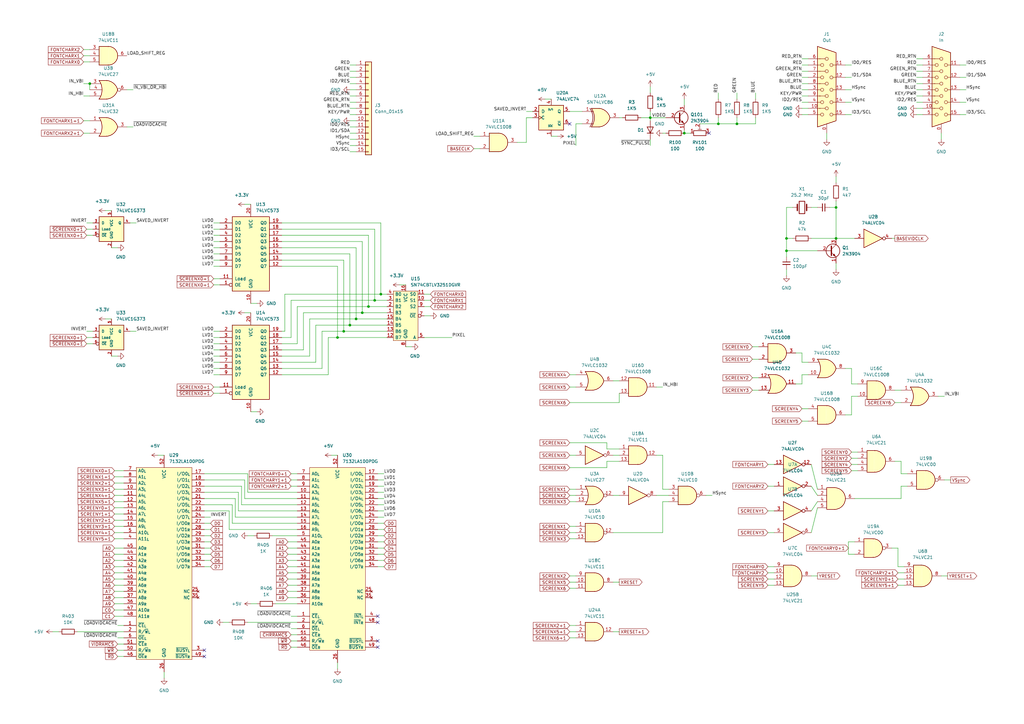
<source format=kicad_sch>
(kicad_sch (version 20211123) (generator eeschema)
  (paper "A3")
  (title_block (title "JupiterAce Z80 plus KIO and new memory format.") (rev "${REVNUM}") (company "Ontobus") (comment 1 "John Bradley") (comment 2 "https://creativecommons.org/licenses/by-nc-sa/4.0/") (comment 3 "Attribution-NonCommercial-ShareAlike 4.0 International License.") (comment 4 "This work is licensed under a Creative Commons "))
  (junction (at 151.13 125.73))
  (junction (at 322.58 102.87))
  (junction (at 148.59 128.27))
  (junction (at 156.21 120.65))
  (junction (at 294.64 50.8))
  (junction (at 322.58 97.79))
  (junction (at 138.43 138.43))
  (junction (at 143.51 133.35))
  (junction (at 153.67 123.19))
  (junction (at 342.9 97.79))
  (junction (at 280.67 54.61))
  (junction (at 146.05 130.81))
  (junction (at 140.97 135.89))
  (junction (at 266.7 48.26))
  (junction (at 342.9 85.09))
  (junction (at 302.26 50.8))
  (junction (at 36.83 34.29))
  (no_connect (at 290.83 54.61))
  (no_connect (at 233.68 50.8))
  (no_connect (at 154.94 265.43))
  (no_connect (at 154.94 262.89))
  (no_connect (at 83.82 269.24))
  (no_connect (at 154.94 255.27))
  (no_connect (at 83.82 266.7))
  (no_connect (at 154.94 252.73))
  (wire (pts (xy 119.38 194.31) (xy 121.92 194.31)))
  (wire (pts (xy 314.96 218.44) (xy 317.5 218.44)))
  (wire (pts (xy 83.82 224.79) (xy 86.36 224.79)))
  (wire (pts (xy 111.76 219.71) (xy 121.92 219.71)))
  (wire (pts (xy 251.46 186.69) (xy 254 186.69)))
  (wire (pts (xy 328.93 41.91) (xy 331.47 41.91)))
  (wire (pts (xy 375.92 29.21) (xy 378.46 29.21)))
  (wire (pts (xy 115.57 99.06) (xy 148.59 99.06)))
  (wire (pts (xy 143.51 133.35) (xy 158.75 133.35)))
  (wire (pts (xy 369.57 194.31) (xy 372.11 194.31)))
  (wire (pts (xy 134.62 153.67) (xy 134.62 138.43)))
  (wire (pts (xy 115.57 106.68) (xy 140.97 106.68)))
  (wire (pts (xy 251.46 156.21) (xy 254 156.21)))
  (wire (pts (xy 251.46 203.2) (xy 254 203.2)))
  (wire (pts (xy 50.8 195.58) (xy 46.99 195.58)))
  (wire (pts (xy 233.68 191.77) (xy 248.92 191.77)))
  (wire (pts (xy 251.46 218.44) (xy 271.78 218.44)))
  (wire (pts (xy 100.33 128.27) (xy 102.87 128.27)))
  (wire (pts (xy 50.8 232.41) (xy 46.99 232.41)))
  (wire (pts (xy 67.31 275.59) (xy 67.31 278.13)))
  (wire (pts (xy 233.68 241.3) (xy 236.22 241.3)))
  (wire (pts (xy 36.83 20.32) (xy 34.29 20.32)))
  (wire (pts (xy 154.94 217.17) (xy 157.48 217.17)))
  (wire (pts (xy 143.51 31.75) (xy 146.05 31.75)))
  (wire (pts (xy 38.1 93.98) (xy 35.56 93.98)))
  (wire (pts (xy 367.03 165.1) (xy 369.57 165.1)))
  (wire (pts (xy 83.82 229.87) (xy 86.36 229.87)))
  (wire (pts (xy 43.18 86.36) (xy 45.72 86.36)))
  (wire (pts (xy 115.57 146.05) (xy 127 146.05)))
  (wire (pts (xy 43.18 130.81) (xy 45.72 130.81)))
  (wire (pts (xy 121.92 212.09) (xy 96.52 212.09)))
  (wire (pts (xy 143.51 59.69) (xy 146.05 59.69)))
  (wire (pts (xy 322.58 85.09) (xy 325.12 85.09)))
  (wire (pts (xy 121.92 209.55) (xy 97.79 209.55)))
  (wire (pts (xy 262.89 48.26) (xy 266.7 48.26)))
  (wire (pts (xy 173.99 120.65) (xy 176.53 120.65)))
  (wire (pts (xy 342.9 107.95) (xy 342.9 110.49)))
  (wire (pts (xy 236.22 50.8) (xy 236.22 59.69)))
  (wire (pts (xy 339.09 57.15) (xy 339.09 54.61)))
  (wire (pts (xy 46.99 252.73) (xy 50.8 252.73)))
  (wire (pts (xy 271.78 205.74) (xy 271.78 218.44)))
  (wire (pts (xy 48.26 261.62) (xy 50.8 261.62)))
  (wire (pts (xy 233.68 165.1) (xy 254 165.1)))
  (wire (pts (xy 266.7 48.26) (xy 273.05 48.26)))
  (wire (pts (xy 116.84 120.65) (xy 156.21 120.65)))
  (wire (pts (xy 93.98 217.17) (xy 121.92 217.17)))
  (wire (pts (xy 48.26 101.6) (xy 45.72 101.6)))
  (wire (pts (xy 342.9 82.55) (xy 342.9 85.09)))
  (wire (pts (xy 156.21 91.44) (xy 156.21 120.65)))
  (wire (pts (xy 396.24 41.91) (xy 393.7 41.91)))
  (wire (pts (xy 50.8 220.98) (xy 46.99 220.98)))
  (wire (pts (xy 115.57 151.13) (xy 132.08 151.13)))
  (wire (pts (xy 99.06 207.01) (xy 121.92 207.01)))
  (wire (pts (xy 375.92 44.45) (xy 378.46 44.45)))
  (wire (pts (xy 322.58 85.09) (xy 322.58 97.79)))
  (wire (pts (xy 121.92 222.25) (xy 118.11 222.25)))
  (wire (pts (xy 93.98 209.55) (xy 83.82 209.55)))
  (wire (pts (xy 154.94 219.71) (xy 157.48 219.71)))
  (wire (pts (xy 386.08 236.22) (xy 388.62 236.22)))
  (wire (pts (xy 50.8 224.79) (xy 46.99 224.79)))
  (wire (pts (xy 233.68 261.62) (xy 236.22 261.62)))
  (wire (pts (xy 396.24 26.67) (xy 393.7 26.67)))
  (wire (pts (xy 121.92 201.93) (xy 101.6 201.93)))
  (wire (pts (xy 266.7 45.72) (xy 266.7 48.26)))
  (wire (pts (xy 83.82 227.33) (xy 86.36 227.33)))
  (wire (pts (xy 50.8 198.12) (xy 46.99 198.12)))
  (wire (pts (xy 90.17 99.06) (xy 87.63 99.06)))
  (wire (pts (xy 143.51 54.61) (xy 146.05 54.61)))
  (wire (pts (xy 236.22 50.8) (xy 238.76 50.8)))
  (wire (pts (xy 83.82 214.63) (xy 86.36 214.63)))
  (wire (pts (xy 48.26 146.05) (xy 45.72 146.05)))
  (wire (pts (xy 322.58 97.79) (xy 325.12 97.79)))
  (wire (pts (xy 328.93 144.78) (xy 328.93 148.59)))
  (wire (pts (xy 115.57 138.43) (xy 119.38 138.43)))
  (wire (pts (xy 370.84 240.03) (xy 368.3 240.03)))
  (wire (pts (xy 119.38 257.81) (xy 121.92 257.81)))
  (wire (pts (xy 332.74 236.22) (xy 335.28 236.22)))
  (wire (pts (xy 115.57 140.97) (xy 121.92 140.97)))
  (wire (pts (xy 351.79 187.96) (xy 349.25 187.96)))
  (wire (pts (xy 314.96 209.55) (xy 317.5 209.55)))
  (wire (pts (xy 121.92 262.89) (xy 119.38 262.89)))
  (wire (pts (xy 90.17 106.68) (xy 87.63 106.68)))
  (wire (pts (xy 368.3 232.41) (xy 370.84 232.41)))
  (wire (pts (xy 115.57 143.51) (xy 124.46 143.51)))
  (wire (pts (xy 105.41 247.65) (xy 102.87 247.65)))
  (wire (pts (xy 233.68 215.9) (xy 236.22 215.9)))
  (wire (pts (xy 226.06 55.88) (xy 228.6 55.88)))
  (wire (pts (xy 302.26 48.26) (xy 302.26 50.8)))
  (wire (pts (xy 328.93 157.48) (xy 326.39 157.48)))
  (wire (pts (xy 119.38 252.73) (xy 121.92 252.73)))
  (wire (pts (xy 90.17 158.75) (xy 87.63 158.75)))
  (wire (pts (xy 148.59 128.27) (xy 158.75 128.27)))
  (wire (pts (xy 115.57 96.52) (xy 151.13 96.52)))
  (wire (pts (xy 375.92 41.91) (xy 378.46 41.91)))
  (wire (pts (xy 309.88 50.8) (xy 309.88 48.26)))
  (wire (pts (xy 233.68 218.44) (xy 236.22 218.44)))
  (wire (pts (xy 121.92 224.79) (xy 118.11 224.79)))
  (wire (pts (xy 90.17 143.51) (xy 87.63 143.51)))
  (wire (pts (xy 50.8 215.9) (xy 46.99 215.9)))
  (wire (pts (xy 38.1 140.97) (xy 35.56 140.97)))
  (wire (pts (xy 311.15 160.02) (xy 308.61 160.02)))
  (wire (pts (xy 90.17 140.97) (xy 87.63 140.97)))
  (wire (pts (xy 233.68 238.76) (xy 236.22 238.76)))
  (wire (pts (xy 328.93 46.99) (xy 331.47 46.99)))
  (wire (pts (xy 115.57 148.59) (xy 129.54 148.59)))
  (wire (pts (xy 50.8 208.28) (xy 46.99 208.28)))
  (wire (pts (xy 251.46 238.76) (xy 254 238.76)))
  (wire (pts (xy 143.51 44.45) (xy 146.05 44.45)))
  (wire (pts (xy 113.03 247.65) (xy 121.92 247.65)))
  (wire (pts (xy 384.81 162.56) (xy 387.35 162.56)))
  (wire (pts (xy 351.79 185.42) (xy 349.25 185.42)))
  (wire (pts (xy 349.25 157.48) (xy 351.79 157.48)))
  (wire (pts (xy 129.54 133.35) (xy 143.51 133.35)))
  (wire (pts (xy 121.92 204.47) (xy 100.33 204.47)))
  (wire (pts (xy 309.88 38.1) (xy 309.88 40.64)))
  (wire (pts (xy 121.92 229.87) (xy 118.11 229.87)))
  (wire (pts (xy 369.57 199.39) (xy 369.57 204.47)))
  (wire (pts (xy 143.51 36.83) (xy 146.05 36.83)))
  (wire (pts (xy 90.17 101.6) (xy 87.63 101.6)))
  (wire (pts (xy 233.68 236.22) (xy 236.22 236.22)))
  (wire (pts (xy 372.11 199.39) (xy 369.57 199.39)))
  (wire (pts (xy 266.7 57.15) (xy 266.7 59.69)))
  (wire (pts (xy 115.57 93.98) (xy 153.67 93.98)))
  (wire (pts (xy 302.26 38.1) (xy 302.26 40.64)))
  (wire (pts (xy 101.6 201.93) (xy 101.6 194.31)))
  (wire (pts (xy 119.38 199.39) (xy 121.92 199.39)))
  (wire (pts (xy 215.9 45.72) (xy 218.44 45.72)))
  (wire (pts (xy 132.08 135.89) (xy 140.97 135.89)))
  (wire (pts (xy 233.68 220.98) (xy 236.22 220.98)))
  (wire (pts (xy 346.71 151.13) (xy 349.25 151.13)))
  (wire (pts (xy 90.17 161.29) (xy 87.63 161.29)))
  (wire (pts (xy 314.96 232.41) (xy 317.5 232.41)))
  (wire (pts (xy 119.38 196.85) (xy 121.92 196.85)))
  (wire (pts (xy 369.57 189.23) (xy 367.03 189.23)))
  (wire (pts (xy 375.92 34.29) (xy 378.46 34.29)))
  (wire (pts (xy 140.97 135.89) (xy 158.75 135.89)))
  (wire (pts (xy 35.56 135.89) (xy 38.1 135.89)))
  (wire (pts (xy 50.8 210.82) (xy 46.99 210.82)))
  (wire (pts (xy 90.17 104.14) (xy 87.63 104.14)))
  (wire (pts (xy 194.31 55.88) (xy 196.85 55.88)))
  (wire (pts (xy 369.57 204.47) (xy 350.52 204.47)))
  (wire (pts (xy 83.82 194.31) (xy 101.6 194.31)))
  (wire (pts (xy 115.57 91.44) (xy 156.21 91.44)))
  (wire (pts (xy 138.43 186.69) (xy 135.89 186.69)))
  (wire (pts (xy 332.74 85.09) (xy 335.28 85.09)))
  (wire (pts (xy 104.14 219.71) (xy 101.6 219.71)))
  (wire (pts (xy 273.05 54.61) (xy 271.78 54.61)))
  (wire (pts (xy 233.68 205.74) (xy 236.22 205.74)))
  (wire (pts (xy 140.97 106.68) (xy 140.97 135.89)))
  (wire (pts (xy 83.82 204.47) (xy 96.52 204.47)))
  (wire (pts (xy 328.93 24.13) (xy 331.47 24.13)))
  (wire (pts (xy 105.41 124.46) (xy 102.87 124.46)))
  (wire (pts (xy 143.51 26.67) (xy 146.05 26.67)))
  (wire (pts (xy 280.67 53.34) (xy 280.67 54.61)))
  (wire (pts (xy 101.6 255.27) (xy 121.92 255.27)))
  (wire (pts (xy 154.94 227.33) (xy 157.48 227.33)))
  (wire (pts (xy 143.51 52.07) (xy 146.05 52.07)))
  (wire (pts (xy 83.82 219.71) (xy 86.36 219.71)))
  (wire (pts (xy 196.85 60.96) (xy 194.31 60.96)))
  (wire (pts (xy 46.99 250.19) (xy 50.8 250.19)))
  (wire (pts (xy 90.17 153.67) (xy 87.63 153.67)))
  (wire (pts (xy 332.74 199.39) (xy 335.28 203.2)))
  (wire (pts (xy 396.24 31.75) (xy 393.7 31.75)))
  (wire (pts (xy 50.8 218.44) (xy 46.99 218.44)))
  (wire (pts (xy 274.32 200.66) (xy 271.78 200.66)))
  (wire (pts (xy 119.38 138.43) (xy 119.38 123.19)))
  (wire (pts (xy 138.43 109.22) (xy 138.43 138.43)))
  (wire (pts (xy 34.29 22.86) (xy 36.83 22.86)))
  (wire (pts (xy 294.64 50.8) (xy 302.26 50.8)))
  (wire (pts (xy 143.51 41.91) (xy 146.05 41.91)))
  (wire (pts (xy 375.92 39.37) (xy 378.46 39.37)))
  (wire (pts (xy 331.47 148.59) (xy 328.93 148.59)))
  (wire (pts (xy 138.43 138.43) (xy 158.75 138.43)))
  (wire (pts (xy 115.57 153.67) (xy 134.62 153.67)))
  (wire (pts (xy 119.38 260.35) (xy 121.92 260.35)))
  (wire (pts (xy 168.91 142.24) (xy 166.37 142.24)))
  (wire (pts (xy 349.25 26.67) (xy 346.71 26.67)))
  (wire (pts (xy 349.25 162.56) (xy 351.79 162.56)))
  (wire (pts (xy 90.17 109.22) (xy 87.63 109.22)))
  (wire (pts (xy 50.8 193.04) (xy 46.99 193.04)))
  (wire (pts (xy 119.38 123.19) (xy 153.67 123.19)))
  (wire (pts (xy 280.67 43.18) (xy 280.67 40.64)))
  (wire (pts (xy 46.99 245.11) (xy 50.8 245.11)))
  (wire (pts (xy 100.33 83.82) (xy 102.87 83.82)))
  (wire (pts (xy 36.83 25.4) (xy 34.29 25.4)))
  (wire (pts (xy 132.08 135.89) (xy 132.08 151.13)))
  (wire (pts (xy 233.68 259.08) (xy 236.22 259.08)))
  (wire (pts (xy 331.47 172.72) (xy 328.93 172.72)))
  (wire (pts (xy 332.74 218.44) (xy 335.28 208.28)))
  (wire (pts (xy 118.11 242.57) (xy 121.92 242.57)))
  (wire (pts (xy 83.82 212.09) (xy 86.36 212.09)))
  (wire (pts (xy 331.47 167.64) (xy 328.93 167.64)))
  (wire (pts (xy 233.68 186.69) (xy 236.22 186.69)))
  (wire (pts (xy 328.93 26.67) (xy 331.47 26.67)))
  (wire (pts (xy 35.56 91.44) (xy 38.1 91.44)))
  (wire (pts (xy 121.92 214.63) (xy 95.25 214.63)))
  (wire (pts (xy 375.92 31.75) (xy 378.46 31.75)))
  (wire (pts (xy 154.94 204.47) (xy 157.48 204.47)))
  (wire (pts (xy 154.94 194.31) (xy 157.48 194.31)))
  (wire (pts (xy 331.47 153.67) (xy 328.93 153.67)))
  (wire (pts (xy 151.13 96.52) (xy 151.13 125.73)))
  (wire (pts (xy 328.93 31.75) (xy 331.47 31.75)))
  (wire (pts (xy 369.57 189.23) (xy 369.57 194.31)))
  (wire (pts (xy 97.79 209.55) (xy 97.79 201.93)))
  (wire (pts (xy 176.53 123.19) (xy 173.99 123.19)))
  (wire (pts (xy 50.8 234.95) (xy 46.99 234.95)))
  (wire (pts (xy 36.83 34.29) (xy 36.83 36.83)))
  (wire (pts (xy 154.94 222.25) (xy 157.48 222.25)))
  (wire (pts (xy 53.34 135.89) (xy 55.88 135.89)))
  (wire (pts (xy 138.43 271.78) (xy 138.43 274.32)))
  (wire (pts (xy 90.17 91.44) (xy 87.63 91.44)))
  (wire (pts (xy 311.15 147.32) (xy 308.61 147.32)))
  (wire (pts (xy 311.15 142.24) (xy 308.61 142.24)))
  (wire (pts (xy 143.51 29.21) (xy 146.05 29.21)))
  (wire (pts (xy 375.92 24.13) (xy 378.46 24.13)))
  (wire (pts (xy 50.8 205.74) (xy 46.99 205.74)))
  (wire (pts (xy 38.1 138.43) (xy 35.56 138.43)))
  (wire (pts (xy 83.82 232.41) (xy 86.36 232.41)))
  (wire (pts (xy 271.78 186.69) (xy 269.24 186.69)))
  (wire (pts (xy 314.96 234.95) (xy 317.5 234.95)))
  (wire (pts (xy 215.9 48.26) (xy 218.44 48.26)))
  (wire (pts (xy 67.31 186.69) (xy 64.77 186.69)))
  (wire (pts (xy 340.36 85.09) (xy 342.9 85.09)))
  (wire (pts (xy 349.25 41.91) (xy 346.71 41.91)))
  (wire (pts (xy 83.82 217.17) (xy 86.36 217.17)))
  (wire (pts (xy 134.62 138.43) (xy 138.43 138.43)))
  (wire (pts (xy 90.17 114.3) (xy 87.63 114.3)))
  (wire (pts (xy 387.35 196.85) (xy 389.89 196.85)))
  (wire (pts (xy 266.7 49.53) (xy 266.7 48.26)))
  (wire (pts (xy 233.68 203.2) (xy 236.22 203.2)))
  (wire (pts (xy 46.99 240.03) (xy 50.8 240.03)))
  (wire (pts (xy 143.51 57.15) (xy 146.05 57.15)))
  (wire (pts (xy 50.8 269.24) (xy 48.26 269.24)))
  (wire (pts (xy 124.46 128.27) (xy 148.59 128.27)))
  (wire (pts (xy 31.75 259.08) (xy 50.8 259.08)))
  (wire (pts (xy 215.9 58.42) (xy 215.9 48.26)))
  (wire (pts (xy 365.76 224.79) (xy 368.3 224.79)))
  (wire (pts (xy 294.64 48.26) (xy 294.64 50.8)))
  (wire (pts (xy 254 189.23) (xy 248.92 189.23)))
  (wire (pts (xy 36.83 34.29) (xy 34.29 34.29)))
  (wire (pts (xy 121.92 125.73) (xy 151.13 125.73)))
  (wire (pts (xy 154.94 207.01) (xy 157.48 207.01)))
  (wire (pts (xy 50.8 227.33) (xy 46.99 227.33)))
  (wire (pts (xy 148.59 99.06) (xy 148.59 128.27)))
  (wire (pts (xy 368.3 234.95) (xy 370.84 234.95)))
  (wire (pts (xy 342.9 74.93) (xy 342.9 72.39)))
  (wire (pts (xy 266.7 35.56) (xy 266.7 38.1)))
  (wire (pts (xy 254 48.26) (xy 255.27 48.26)))
  (wire (pts (xy 52.07 36.83) (xy 54.61 36.83)))
  (wire (pts (xy 46.99 247.65) (xy 50.8 247.65)))
  (wire (pts (xy 314.96 190.5) (xy 317.5 190.5)))
  (wire (pts (xy 322.58 102.87) (xy 322.58 105.41)))
  (wire (pts (xy 93.98 255.27) (xy 91.44 255.27)))
  (wire (pts (xy 146.05 101.6) (xy 146.05 130.81)))
  (wire (pts (xy 153.67 123.19) (xy 158.75 123.19)))
  (wire (pts (xy 115.57 101.6) (xy 146.05 101.6)))
  (wire (pts (xy 151.13 125.73) (xy 158.75 125.73)))
  (wire (pts (xy 36.83 54.61) (xy 34.29 54.61)))
  (wire (pts (xy 269.24 158.75) (xy 271.78 158.75)))
  (wire (pts (xy 121.92 234.95) (xy 118.11 234.95)))
  (wire (pts (xy 328.93 153.67) (xy 328.93 157.48)))
  (wire (pts (xy 349.25 170.18) (xy 349.25 162.56)))
  (wire (pts (xy 83.82 207.01) (xy 95.25 207.01)))
  (wire (pts (xy 83.82 222.25) (xy 86.36 222.25)))
  (wire (pts (xy 287.02 50.8) (xy 294.64 50.8)))
  (wire (pts (xy 328.93 39.37) (xy 331.47 39.37)))
  (wire (pts (xy 248.92 184.15) (xy 254 184.15)))
  (wire (pts (xy 90.17 116.84) (xy 87.63 116.84)))
  (wire (pts (xy 90.17 135.89) (xy 87.63 135.89)))
  (wire (pts (xy 322.58 102.87) (xy 335.28 102.87)))
  (wire (pts (xy 251.46 259.08) (xy 254 259.08)))
  (wire (pts (xy 118.11 240.03) (xy 121.92 240.03)))
  (wire (pts (xy 50.8 266.7) (xy 48.26 266.7)))
  (wire (pts (xy 271.78 200.66) (xy 271.78 186.69)))
  (wire (pts (xy 173.99 138.43) (xy 185.42 138.43)))
  (wire (pts (xy 233.68 158.75) (xy 236.22 158.75)))
  (wire (pts (xy 156.21 120.65) (xy 158.75 120.65)))
  (wire (pts (xy 38.1 96.52) (xy 35.56 96.52)))
  (wire (pts (xy 342.9 85.09) (xy 342.9 97.79)))
  (wire (pts (xy 115.57 109.22) (xy 138.43 109.22)))
  (wire (pts (xy 50.8 237.49) (xy 46.99 237.49)))
  (wire (pts (xy 233.68 200.66) (xy 236.22 200.66)))
  (wire (pts (xy 370.84 237.49) (xy 368.3 237.49)))
  (wire (pts (xy 48.26 264.16) (xy 50.8 264.16)))
  (wire (pts (xy 46.99 242.57) (xy 50.8 242.57)))
  (wire (pts (xy 368.3 232.41) (xy 368.3 224.79)))
  (wire (pts (xy 375.92 26.67) (xy 378.46 26.67)))
  (wire (pts (xy 351.79 193.04) (xy 349.25 193.04)))
  (wire (pts (xy 121.92 227.33) (xy 118.11 227.33)))
  (wire (pts (xy 105.41 168.91) (xy 102.87 168.91)))
  (wire (pts (xy 96.52 212.09) (xy 96.52 204.47)))
  (wire (pts (xy 115.57 135.89) (xy 116.84 135.89)))
  (wire (pts (xy 154.94 212.09) (xy 157.48 212.09)))
  (wire (pts (xy 83.82 199.39) (xy 99.06 199.39)))
  (wire (pts (xy 154.94 201.93) (xy 157.48 201.93)))
  (wire (pts (xy 365.76 97.79) (xy 367.03 97.79)))
  (wire (pts (xy 233.68 181.61) (xy 248.92 181.61)))
  (wire (pts (xy 396.24 36.83) (xy 393.7 36.83)))
  (wire (pts (xy 143.51 46.99) (xy 146.05 46.99)))
  (wire (pts (xy 83.82 201.93) (xy 97.79 201.93)))
  (wire (pts (xy 349.25 46.99) (xy 346.71 46.99)))
  (wire (pts (xy 154.94 209.55) (xy 157.48 209.55)))
  (wire (pts (xy 90.17 96.52) (xy 87.63 96.52)))
  (wire (pts (xy 143.51 133.35) (xy 143.51 104.14)))
  (wire (pts (xy 143.51 39.37) (xy 146.05 39.37)))
  (wire (pts (xy 90.17 148.59) (xy 87.63 148.59)))
  (wire (pts (xy 93.98 217.17) (xy 93.98 209.55)))
  (wire (pts (xy 322.58 113.03) (xy 322.58 110.49)))
  (wire (pts (xy 127 130.81) (xy 127 146.05)))
  (wire (pts (xy 396.24 46.99) (xy 393.7 46.99)))
  (wire (pts (xy 154.94 199.39) (xy 157.48 199.39)))
  (wire (pts (xy 127 130.81) (xy 146.05 130.81)))
  (wire (pts (xy 143.51 34.29) (xy 146.05 34.29)))
  (wire (pts (xy 90.17 151.13) (xy 87.63 151.13)))
  (wire (pts (xy 154.94 214.63) (xy 157.48 214.63)))
  (wire (pts (xy 226.06 40.64) (xy 223.52 40.64)))
  (wire (pts (xy 90.17 146.05) (xy 87.63 146.05)))
  (wire (pts (xy 34.29 39.37) (xy 36.83 39.37)))
  (wire (pts (xy 121.92 125.73) (xy 121.92 140.97)))
  (wire (pts (xy 176.53 129.54) (xy 173.99 129.54)))
  (wire (pts (xy 314.96 199.39) (xy 317.5 199.39)))
  (wire (pts (xy 53.34 91.44) (xy 55.88 91.44)))
  (wire (pts (xy 349.25 36.83) (xy 346.71 36.83)))
  (wire (pts (xy 121.92 265.43) (xy 119.38 265.43)))
  (wire (pts (xy 154.94 229.87) (xy 157.48 229.87)))
  (wire (pts (xy 124.46 143.51) (xy 124.46 128.27)))
  (wire (pts (xy 350.52 222.25) (xy 347.98 222.25)))
  (wire (pts (xy 153.67 93.98) (xy 153.67 123.19)))
  (wire (pts (xy 346.71 170.18) (xy 349.25 170.18)))
  (wire (pts (xy 143.51 49.53) (xy 146.05 49.53)))
  (wire (pts (xy 349.25 151.13) (xy 349.25 157.48)))
  (wire (pts (xy 143.51 62.23) (xy 146.05 62.23)))
  (wire (pts (xy 121.92 232.41) (xy 118.11 232.41)))
  (wire (pts (xy 248.92 189.23) (xy 248.92 191.77)))
  (wire (pts (xy 328.93 29.21) (xy 331.47 29.21)))
  (wire (pts (xy 154.94 232.41) (xy 157.48 232.41)))
  (wire (pts (xy 328.93 36.83) (xy 331.47 36.83)))
  (wire (pts (xy 311.15 154.94) (xy 308.61 154.94)))
  (wire (pts (xy 129.54 133.35) (xy 129.54 148.59)))
  (wire (pts (xy 118.11 245.11) (xy 121.92 245.11)))
  (wire (pts (xy 116.84 135.89) (xy 116.84 120.65)))
  (wire (pts (xy 294.64 38.1) (xy 294.64 40.64)))
  (wire (pts (xy 351.79 190.5) (xy 349.25 190.5)))
  (wire (pts (xy 367.03 160.02) (xy 369.57 160.02)))
  (wire (pts (xy 118.11 237.49) (xy 121.92 237.49)))
  (wire (pts (xy 238.76 45.72) (xy 233.68 45.72)))
  (wire (pts (xy 302.26 50.8) (xy 309.88 50.8)))
  (wire (pts (xy 347.98 222.25) (xy 347.98 227.33)))
  (wire (pts (xy 34.29 49.53) (xy 36.83 49.53)))
  (wire (pts (xy 50.8 229.87) (xy 46.99 229.87)))
  (wire (pts (xy 269.24 203.2) (xy 274.32 203.2)))
  (wire (pts (xy 50.8 203.2) (xy 46.99 203.2)))
  (wire (pts (xy 173.99 125.73) (xy 176.53 125.73)))
  (wire (pts (xy 215.9 58.42) (xy 212.09 58.42)))
  (wire (pts (xy 322.58 97.79) (xy 322.58 102.87)))
  (wire (pts (xy 317.5 240.03) (xy 314.96 240.03)))
  (wire (pts (xy 332.74 209.55) (xy 335.28 205.74)))
  (wire (pts (xy 289.56 203.2) (xy 292.1 203.2)))
  (wire (pts (xy 248.92 181.61) (xy 248.92 184.15)))
  (wire (pts (xy 48.26 256.54) (xy 50.8 256.54)))
  (wire (pts (xy 95.25 214.63) (xy 95.25 207.01)))
  (wire (pts (xy 375.92 46.99) (xy 378.46 46.99)))
  (wire (pts (xy 280.67 54.61) (xy 283.21 54.61)))
  (wire (pts (xy 24.13 259.08) (xy 21.59 259.08)))
  (wire (pts (xy 386.08 57.15) (xy 386.08 54.61)))
  (wire (pts (xy 146.05 130.81) (xy 158.75 130.81)))
  (wire (pts (xy 328.93 144.78) (xy 326.39 144.78)))
  (wire (pts (xy 50.8 200.66) (xy 46.99 200.66)))
  (wire (pts (xy 342.9 97.79) (xy 350.52 97.79)))
  (wire (pts (xy 375.92 36.83) (xy 378.46 36.83)))
  (wire (pts (xy 99.06 199.39) (xy 99.06 207.01)))
  (wire (pts (xy 349.25 31.75) (xy 346.71 31.75)))
  (wire (pts (xy 317.5 237.49) (xy 314.96 237.49)))
  (wire (pts (xy 274.32 205.74) (xy 271.78 205.74)))
  (wire (pts (xy 83.82 196.85) (xy 100.33 196.85)))
  (wire (pts (xy 328.93 44.45) (xy 331.47 44.45)))
  (wire (pts (xy 233.68 256.54) (xy 236.22 256.54)))
  (wire (pts (xy 163.83 116.84) (xy 166.37 116.84)))
  (wire (pts (xy 90.17 93.98) (xy 87.63 93.98)))
  (wire (pts (xy 154.94 196.85) (xy 157.48 196.85)))
  (wire (pts (xy 115.57 104.14) (xy 143.51 104.14)))
  (wire (pts (xy 328.93 34.29) (xy 331.47 34.29)))
  (wire (pts (xy 332.74 97.79) (xy 342.9 97.79)))
  (wire (pts (xy 50.8 213.36) (xy 46.99 213.36)))
  (wire (pts (xy 52.07 52.07) (xy 54.61 52.07)))
  (wire (pts (xy 233.68 153.67) (xy 236.22 153.67)))
  (wire (pts (xy 100.33 196.85) (xy 100.33 204.47)))
  (wire (pts (xy 347.98 227.33) (xy 350.52 227.33)))
  (wire (pts (xy 154.94 224.79) (xy 157.48 224.79)))
  (wire (pts (xy 332.74 190.5) (xy 335.28 200.66)))
  (wire (pts (xy 90.17 138.43) (xy 87.63 138.43)))
  (wire (pts (xy 254 161.29) (xy 254 165.1)))
  (label "PIXEL" (at 185.42 138.43 0))
  (label "ID3{slash}SCL" (at 143.51 62.23 180))
  (label "GREEN" (at 302.26 38.1 90))
  (label "GREEN_RTN" (at 328.93 29.21 180))
  (label "HSync" (at 143.51 57.15 180))
  (label "RED_RTN" (at 375.92 24.13 180))
  (label "ID1{slash}SDA" (at 396.24 31.75 0))
  (label "LVD6" (at 157.48 209.55 0))
  (label "BLUE" (at 328.93 36.83 180))
  (label "ID3{slash}SCL" (at 349.25 46.99 0))
  (label "IN_HBI" (at 271.78 158.75 0))
  (label "LVD7" (at 87.63 109.22 180))
  (label "ID0{slash}RES" (at 143.51 52.07 180))
  (label "KEY{slash}PWR" (at 143.51 46.99 180))
  (label "LVD6" (at 87.63 151.13 180))
  (label "SAVED_INVERT" (at 55.88 135.89 0))
  (label "KEY{slash}PWR" (at 375.92 39.37 180))
  (label "LVD0" (at 157.48 194.31 0))
  (label "VSync" (at 349.25 41.91 0))
  (label "LVD4" (at 87.63 146.05 180))
  (label "ID2{slash}RES" (at 143.51 34.29 180))
  (label "HSync" (at 292.1 203.2 0))
  (label "LVD6" (at 87.63 106.68 180))
  (label "~{IN_VBI_OR_HBI}" (at 54.61 36.83 0))
  (label "SAVED_INVERT" (at 55.88 91.44 0))
  (label "INVERT" (at 35.56 91.44 180))
  (label "ID0{slash}RES" (at 396.24 26.67 0))
  (label "VIDEO" (at 273.05 48.26 0))
  (label "VSync" (at 396.24 41.91 0))
  (label "LVD1" (at 87.63 93.98 180))
  (label "LVD0" (at 87.63 91.44 180))
  (label "IN_VBI" (at 34.29 34.29 180))
  (label "GREEN_RTN" (at 375.92 29.21 180))
  (label "~{SYNC_PULSE}" (at 266.7 59.69 180))
  (label "LVD1" (at 87.63 138.43 180))
  (label "LVD7" (at 87.63 153.67 180))
  (label "HSync" (at 396.24 36.83 0))
  (label "RED_RTN" (at 328.93 24.13 180))
  (label "RED_RTN" (at 143.51 39.37 180))
  (label "ID2{slash}RES" (at 375.92 41.91 180))
  (label "BLUE_RTN" (at 328.93 34.29 180))
  (label "LVD7" (at 157.48 212.09 0))
  (label "LVD3" (at 87.63 143.51 180))
  (label "LVD0" (at 87.63 135.89 180))
  (label "HSync" (at 349.25 36.83 0))
  (label "ID2{slash}RES" (at 328.93 41.91 180))
  (label "GREEN" (at 328.93 31.75 180))
  (label "LVD4" (at 87.63 101.6 180))
  (label "RED" (at 294.64 38.1 90))
  (label "RED" (at 143.51 26.67 180))
  (label "LVD4" (at 157.48 204.47 0))
  (label "LVD5" (at 157.48 207.01 0))
  (label "KEY{slash}PWR" (at 328.93 39.37 180))
  (label "GREEN_RTN" (at 143.51 41.91 180))
  (label "BLUE_RTN" (at 375.92 34.29 180))
  (label "LVD2" (at 157.48 199.39 0))
  (label "ID1{slash}SDA" (at 143.51 54.61 180))
  (label "PIXEL" (at 236.22 59.69 180))
  (label "LVD5" (at 87.63 104.14 180))
  (label "VSync" (at 143.51 59.69 180))
  (label "~{LOADVIDCACHE}" (at 54.61 52.07 0))
  (label "GREEN" (at 375.92 31.75 180))
  (label "LVD2" (at 87.63 140.97 180))
  (label "LVD5" (at 87.63 148.59 180))
  (label "ID3{slash}SCL" (at 396.24 46.99 0))
  (label "~{LOADVIDCACHE}" (at 48.26 261.62 180))
  (label "LVD3" (at 87.63 99.06 180))
  (label "LOAD_SHIFT_REG" (at 194.31 55.88 180))
  (label "GREEN" (at 143.51 29.21 180))
  (label "ID1{slash}SDA" (at 349.25 31.75 0))
  (label "IN_VBI" (at 387.35 162.56 0))
  (label "~{LOADVIDCACHE}" (at 119.38 252.73 180))
  (label "LVD3" (at 157.48 201.93 0))
  (label "RED" (at 328.93 26.67 180))
  (label "LVD1" (at 157.48 196.85 0))
  (label "~{LOADVIDCACHE}" (at 119.38 257.81 180))
  (label "INVERT" (at 35.56 135.89 180))
  (label "BLUE" (at 375.92 36.83 180))
  (label "BLUE" (at 309.88 38.1 90))
  (label "LVD2" (at 87.63 96.52 180))
  (label "BLUE_RTN" (at 143.51 44.45 180))
  (label "LOAD_SHIFT_REG" (at 52.07 22.86 0))
  (label "RED" (at 375.92 26.67 180))
  (label "BLUE" (at 143.51 31.75 180))
  (label "ID0{slash}RES" (at 349.25 26.67 0))
  (label "INVERT" (at 86.36 212.09 0))
  (label "IN_HBI" (at 34.29 39.37 180))
  (label "SAVED_INVERT" (at 215.9 45.72 180))
  (label "~{LOADVIDCACHE}" (at 48.26 256.54 180))
  (global_label "SCREENX6+1" (shape input) (at 233.68 261.62 180) (property "Intersheet References" "${INTERSHEET_REFS}" (at 218.6879 261.5406 0) (effects (justify right))))
  (global_label "A7" (shape input) (at 46.99 242.57 180) (property "Intersheet References" "${INTERSHEET_REFS}" (at 42.2788 242.4906 0) (effects (justify right))))
  (global_label "D4" (shape input) (at 86.36 224.79 0) (property "Intersheet References" "${INTERSHEET_REFS}" (at 91.2526 224.7106 0) (effects (justify left))))
  (global_label "FONTCHARX2" (shape input) (at 34.29 20.32 180) (property "Intersheet References" "${INTERSHEET_REFS}" (at 19.7817 20.2406 0) (effects (justify right))))
  (global_label "SCREENX6" (shape input) (at 233.68 241.3 180) (property "Intersheet References" "${INTERSHEET_REFS}" (at 221.4698 241.2206 0) (effects (justify right))))
  (global_label "SCREENX2+1" (shape input) (at 46.99 198.12 180) (property "Intersheet References" "${INTERSHEET_REFS}" (at 31.9979 198.0406 0) (effects (justify right))))
  (global_label "FONTCHARX1+1" (shape input) (at 34.29 49.53 180) (property "Intersheet References" "${INTERSHEET_REFS}" (at 16.9998 49.4506 0) (effects (justify right))))
  (global_label "SCREENY5+1" (shape input) (at 368.3 240.03 180) (property "Intersheet References" "${INTERSHEET_REFS}" (at 353.4288 239.9506 0) (effects (justify right))))
  (global_label "SCREENX2" (shape input) (at 233.68 203.2 180) (property "Intersheet References" "${INTERSHEET_REFS}" (at 221.4698 203.1206 0) (effects (justify right))))
  (global_label "D5" (shape input) (at 86.36 227.33 0) (property "Intersheet References" "${INTERSHEET_REFS}" (at 91.2526 227.2506 0) (effects (justify left))))
  (global_label "D5" (shape input) (at 157.48 227.33 0) (property "Intersheet References" "${INTERSHEET_REFS}" (at 162.3726 227.2506 0) (effects (justify left))))
  (global_label "SCREENX2" (shape input) (at 233.68 218.44 180) (property "Intersheet References" "${INTERSHEET_REFS}" (at 221.4698 218.3606 0) (effects (justify right))))
  (global_label "A4" (shape input) (at 118.11 232.41 180) (property "Intersheet References" "${INTERSHEET_REFS}" (at 113.3988 232.3306 0) (effects (justify right))))
  (global_label "SCREENX5+1" (shape input) (at 233.68 259.08 180) (property "Intersheet References" "${INTERSHEET_REFS}" (at 218.6879 259.0006 0) (effects (justify right))))
  (global_label "A8" (shape input) (at 118.11 242.57 180) (property "Intersheet References" "${INTERSHEET_REFS}" (at 113.3988 242.4906 0) (effects (justify right))))
  (global_label "A5" (shape input) (at 118.11 234.95 180) (property "Intersheet References" "${INTERSHEET_REFS}" (at 113.3988 234.8706 0) (effects (justify right))))
  (global_label "SCREENX4+1" (shape input) (at 46.99 203.2 180) (property "Intersheet References" "${INTERSHEET_REFS}" (at 31.9979 203.1206 0) (effects (justify right))))
  (global_label "XRESET" (shape output) (at 254 238.76 0) (property "Intersheet References" "${INTERSHEET_REFS}" (at 263.3679 238.6806 0) (effects (justify left))))
  (global_label "FONTCHARY1" (shape input) (at 314.96 190.5 180) (property "Intersheet References" "${INTERSHEET_REFS}" (at 300.5726 190.4206 0) (effects (justify right))))
  (global_label "FONTCHARY2" (shape input) (at 314.96 199.39 180) (property "Intersheet References" "${INTERSHEET_REFS}" (at 300.5726 199.3106 0) (effects (justify right))))
  (global_label "FONTCHARX0" (shape input) (at 176.53 120.65 0) (property "Intersheet References" "${INTERSHEET_REFS}" (at 191.0383 120.5706 0) (effects (justify left))))
  (global_label "FONTCHARY1+1" (shape input) (at 119.38 196.85 180) (property "Intersheet References" "${INTERSHEET_REFS}" (at 102.2107 196.7706 0) (effects (justify right))))
  (global_label "SCREENX0+1" (shape input) (at 35.56 96.52 180) (property "Intersheet References" "${INTERSHEET_REFS}" (at 20.5679 96.4406 0) (effects (justify right))))
  (global_label "SCREENY6" (shape input) (at 367.03 165.1 180) (property "Intersheet References" "${INTERSHEET_REFS}" (at 354.9407 165.0206 0) (effects (justify right))))
  (global_label "D2" (shape input) (at 157.48 219.71 0) (property "Intersheet References" "${INTERSHEET_REFS}" (at 162.3726 219.6306 0) (effects (justify left))))
  (global_label "SCREENY0" (shape input) (at 349.25 185.42 180) (property "Intersheet References" "${INTERSHEET_REFS}" (at 337.1607 185.3406 0) (effects (justify right))))
  (global_label "SCREENY4+1" (shape input) (at 46.99 218.44 180) (property "Intersheet References" "${INTERSHEET_REFS}" (at 32.1188 218.3606 0) (effects (justify right))))
  (global_label "SCREENY0" (shape input) (at 308.61 142.24 180) (property "Intersheet References" "${INTERSHEET_REFS}" (at 296.5207 142.1606 0) (effects (justify right))))
  (global_label "SCREENX4" (shape input) (at 233.68 181.61 180) (property "Intersheet References" "${INTERSHEET_REFS}" (at 221.4698 181.5306 0) (effects (justify right))))
  (global_label "A5" (shape input) (at 46.99 237.49 180) (property "Intersheet References" "${INTERSHEET_REFS}" (at 42.2788 237.4106 0) (effects (justify right))))
  (global_label "A9" (shape input) (at 46.99 247.65 180) (property "Intersheet References" "${INTERSHEET_REFS}" (at 42.2788 247.5706 0) (effects (justify right))))
  (global_label "SCREENY5+1" (shape input) (at 46.99 220.98 180) (property "Intersheet References" "${INTERSHEET_REFS}" (at 32.1188 220.9006 0) (effects (justify right))))
  (global_label "A7" (shape input) (at 118.11 240.03 180) (property "Intersheet References" "${INTERSHEET_REFS}" (at 113.3988 239.9506 0) (effects (justify right))))
  (global_label "A2" (shape input) (at 46.99 229.87 180) (property "Intersheet References" "${INTERSHEET_REFS}" (at 42.2788 229.7906 0) (effects (justify right))))
  (global_label "~{RD}" (shape input) (at 119.38 265.43 180) (property "Intersheet References" "${INTERSHEET_REFS}" (at 114.4269 265.3506 0) (effects (justify right))))
  (global_label "A9" (shape input) (at 118.11 245.11 180) (property "Intersheet References" "${INTERSHEET_REFS}" (at 113.3988 245.0306 0) (effects (justify right))))
  (global_label "~{SCREENX0+1}" (shape input) (at 35.56 93.98 180) (property "Intersheet References" "${INTERSHEET_REFS}" (at 20.5679 93.9006 0) (effects (justify right))))
  (global_label "XRESET+1" (shape output) (at 254 259.08 0) (property "Intersheet References" "${INTERSHEET_REFS}" (at 266.1498 259.0006 0) (effects (justify left))))
  (global_label "SCREENX5" (shape input) (at 233.68 186.69 180) (property "Intersheet References" "${INTERSHEET_REFS}" (at 221.4698 186.6106 0) (effects (justify right))))
  (global_label "SCREENY1+1" (shape input) (at 46.99 210.82 180) (property "Intersheet References" "${INTERSHEET_REFS}" (at 32.1188 210.7406 0) (effects (justify right))))
  (global_label "D7" (shape input) (at 86.36 232.41 0) (property "Intersheet References" "${INTERSHEET_REFS}" (at 91.2526 232.3306 0) (effects (justify left))))
  (global_label "A8" (shape input) (at 46.99 245.11 180) (property "Intersheet References" "${INTERSHEET_REFS}" (at 42.2788 245.0306 0) (effects (justify right))))
  (global_label "A4" (shape input) (at 46.99 234.95 180) (property "Intersheet References" "${INTERSHEET_REFS}" (at 42.2788 234.8706 0) (effects (justify right))))
  (global_label "SCREENX2+1" (shape input) (at 233.68 256.54 180) (property "Intersheet References" "${INTERSHEET_REFS}" (at 218.6879 256.4606 0) (effects (justify right))))
  (global_label "SCREENX3" (shape input) (at 233.68 205.74 180) (property "Intersheet References" "${INTERSHEET_REFS}" (at 221.4698 205.6606 0) (effects (justify right))))
  (global_label "D3" (shape input) (at 86.36 222.25 0) (property "Intersheet References" "${INTERSHEET_REFS}" (at 91.2526 222.1706 0) (effects (justify left))))
  (global_label "FONTCHARX2" (shape input) (at 176.53 125.73 0) (property "Intersheet References" "${INTERSHEET_REFS}" (at 191.0383 125.6506 0) (effects (justify left))))
  (global_label "FONTCHARX1" (shape input) (at 176.53 123.19 0) (property "Intersheet References" "${INTERSHEET_REFS}" (at 191.0383 123.1106 0) (effects (justify left))))
  (global_label "YRESET" (shape output) (at 335.28 236.22 0) (property "Intersheet References" "${INTERSHEET_REFS}" (at 344.5269 236.1406 0) (effects (justify left))))
  (global_label "VSync" (shape output) (at 389.89 196.85 0) (property "Intersheet References" "${INTERSHEET_REFS}" (at 397.8064 196.7706 0) (effects (justify left))))
  (global_label "SCREENY0+1" (shape input) (at 46.99 208.28 180) (property "Intersheet References" "${INTERSHEET_REFS}" (at 32.1188 208.2006 0) (effects (justify right))))
  (global_label "SCREENX5" (shape input) (at 233.68 238.76 180) (property "Intersheet References" "${INTERSHEET_REFS}" (at 221.4698 238.6806 0) (effects (justify right))))
  (global_label "SCREENX1" (shape input) (at 233.68 200.66 180) (property "Intersheet References" "${INTERSHEET_REFS}" (at 221.4698 200.5806 0) (effects (justify right))))
  (global_label "A1" (shape input) (at 46.99 227.33 180) (property "Intersheet References" "${INTERSHEET_REFS}" (at 42.2788 227.2506 0) (effects (justify right))))
  (global_label "D7" (shape input) (at 157.48 232.41 0) (property "Intersheet References" "${INTERSHEET_REFS}" (at 162.3726 232.3306 0) (effects (justify left))))
  (global_label "SCREENX3+1" (shape input) (at 46.99 200.66 180) (property "Intersheet References" "${INTERSHEET_REFS}" (at 31.9979 200.5806 0) (effects (justify right))))
  (global_label "~{CHRRAMCS}" (shape input) (at 119.38 260.35 180) (property "Intersheet References" "${INTERSHEET_REFS}" (at 106.8069 260.2706 0) (effects (justify right))))
  (global_label "SCREENX6" (shape input) (at 233.68 191.77 180) (property "Intersheet References" "${INTERSHEET_REFS}" (at 221.4698 191.6906 0) (effects (justify right))))
  (global_label "SCREENX3" (shape input) (at 233.68 220.98 180) (property "Intersheet References" "${INTERSHEET_REFS}" (at 221.4698 220.9006 0) (effects (justify right))))
  (global_label "SCREENY4" (shape input) (at 349.25 190.5 180) (property "Intersheet References" "${INTERSHEET_REFS}" (at 337.1607 190.4206 0) (effects (justify right))))
  (global_label "FONTCHARY2" (shape input) (at 314.96 234.95 180) (property "Intersheet References" "${INTERSHEET_REFS}" (at 300.5726 234.8706 0) (effects (justify right))))
  (global_label "SCREENX6" (shape input) (at 233.68 165.1 180) (property "Intersheet References" "${INTERSHEET_REFS}" (at 221.4698 165.0206 0) (effects (justify right))))
  (global_label "BASECLK" (shape input) (at 194.31 60.96 180) (property "Intersheet References" "${INTERSHEET_REFS}" (at 183.6117 60.8806 0) (effects (justify right))))
  (global_label "SCREENY4" (shape input) (at 328.93 167.64 180) (property "Intersheet References" "${INTERSHEET_REFS}" (at 316.8407 167.5606 0) (effects (justify right))))
  (global_label "~{WR}" (shape input) (at 48.26 266.7 180) (property "Intersheet References" "${INTERSHEET_REFS}" (at 43.1255 266.6206 0) (effects (justify right))))
  (global_label "A1" (shape input) (at 118.11 224.79 180) (property "Intersheet References" "${INTERSHEET_REFS}" (at 113.3988 224.7106 0) (effects (justify right))))
  (global_label "D0" (shape input) (at 157.48 214.63 0) (property "Intersheet References" "${INTERSHEET_REFS}" (at 162.3726 214.5506 0) (effects (justify left))))
  (global_label "A6" (shape input) (at 46.99 240.03 180) (property "Intersheet References" "${INTERSHEET_REFS}" (at 42.2788 239.9506 0) (effects (justify right))))
  (global_label "FONTCHARY2+1" (shape input) (at 119.38 199.39 180) (property "Intersheet References" "${INTERSHEET_REFS}" (at 102.2107 199.3106 0) (effects (justify right))))
  (global_label "SCREENY3" (shape input) (at 314.96 218.44 180) (property "Intersheet References" "${INTERSHEET_REFS}" (at 302.8707 218.3606 0) (effects (justify right))))
  (global_label "D6" (shape input) (at 86.36 229.87 0) (property "Intersheet References" "${INTERSHEET_REFS}" (at 91.2526 229.7906 0) (effects (justify left))))
  (global_label "~{RD}" (shape input) (at 48.26 269.24 180) (property "Intersheet References" "${INTERSHEET_REFS}" (at 43.3069 269.1606 0) (effects (justify right))))
  (global_label "SCREENY0+1" (shape input) (at 368.3 237.49 180) (property "Intersheet References" "${INTERSHEET_REFS}" (at 353.4288 237.4106 0) (effects (justify right))))
  (global_label "FONTCHARX0" (shape input) (at 34.29 25.4 180) (property "Intersheet References" "${INTERSHEET_REFS}" (at 19.7817 25.3206 0) (effects (justify right))))
  (global_label "~{VIDRAMCS}" (shape input) (at 48.26 264.16 180) (property "Intersheet References" "${INTERSHEET_REFS}" (at 36.594 264.0806 0) (effects (justify right))))
  (global_label "C1" (shape input) (at 46.99 252.73 180) (property "Intersheet References" "${INTERSHEET_REFS}" (at 42.0974 252.6506 0) (effects (justify right))))
  (global_label "FONTCHARY2+1" (shape input) (at 368.3 234.95 180) (property "Intersheet References" "${INTERSHEET_REFS}" (at 351.1307 234.8706 0) (effects (justify right))))
  (global_label "D0" (shape input) (at 86.36 214.63 0) (property "Intersheet References" "${INTERSHEET_REFS}" (at 91.2526 214.5506 0) (effects (justify left))))
  (global_label "A3" (shape input) (at 118.11 229.87 180) (property "Intersheet References" "${INTERSHEET_REFS}" (at 113.3988 229.7906 0) (effects (justify right))))
  (global_label "D1" (shape input) (at 157.48 217.17 0) (property "Intersheet References" "${INTERSHEET_REFS}" (at 162.3726 217.0906 0) (effects (justify left))))
  (global_label "SCREENX0+1" (shape input) (at 87.63 116.84 180) (property "Intersheet References" "${INTERSHEET_REFS}" (at 72.6379 116.7606 0) (effects (justify right))))
  (global_label "SCREENY3+1" (shape input) (at 46.99 215.9 180) (property "Intersheet References" "${INTERSHEET_REFS}" (at 32.1188 215.8206 0) (effects (justify right))))
  (global_label "A6" (shape input) (at 118.11 237.49 180) (property "Intersheet References" "${INTERSHEET_REFS}" (at 113.3988 237.4106 0) (effects (justify right))))
  (global_label "BASEVIDCLK" (shape output) (at 367.03 97.79 0) (property "Intersheet References" "${INTERSHEET_REFS}" (at 380.6917 97.7106 0) (effects (justify left))))
  (global_label "~{SCREENX0+1}" (shape input) (at 87.63 161.29 180) (property "Intersheet References" "${INTERSHEET_REFS}" (at 72.6379 161.2106 0) (effects (justify right))))
  (global_label "SCREENY0" (shape input) (at 314.96 237.49 180) (property "Intersheet References" "${INTERSHEET_REFS}" (at 302.8707 237.4106 0) (effects (justify right))))
  (global_label "FONTCHARY0+1" (shape input) (at 347.98 224.79 180) (property "Intersheet References" "${INTERSHEET_REFS}" (at 330.8107 224.7106 0) (effects (justify right))))
  (global_label "SCREENY5" (shape input) (at 349.25 193.04 180) (property "Intersheet References" "${INTERSHEET_REFS}" (at 337.1607 192.9606 0) (effects (justify right))))
  (global_label "D2" (shape input) (at 86.36 219.71 0) (property "Intersheet References" "${INTERSHEET_REFS}" (at 91.2526 219.6306 0) (effects (justify left))))
  (global_label "SCREENX1+1" (shape input) (at 46.99 195.58 180) (property "Intersheet References" "${INTERSHEET_REFS}" (at 31.9979 195.5006 0) (effects (justify right))))
  (global_label "D1" (shape input) (at 86.36 217.17 0) (property "Intersheet References" "${INTERSHEET_REFS}" (at 91.2526 217.0906 0) (effects (justify left))))
  (global_label "SCREENY5" (shape input) (at 314.96 240.03 180) (property "Intersheet References" "${INTERSHEET_REFS}" (at 302.8707 239.9506 0) (effects (justify right))))
  (global_label "A3" (shape input) (at 46.99 232.41 180) (property "Intersheet References" "${INTERSHEET_REFS}" (at 42.2788 232.3306 0) (effects (justify right))))
  (global_label "A0" (shape input) (at 46.99 224.79 180) (property "Intersheet References" "${INTERSHEET_REFS}" (at 42.2788 224.7106 0) (effects (justify right))))
  (global_label "SCREENX0+1" (shape input) (at 46.99 193.04 180) (property "Intersheet References" "${INTERSHEET_REFS}" (at 31.9979 192.9606 0) (effects (justify right))))
  (global_label "SCREENX4" (shape input) (at 233.68 153.67 180) (property "Intersheet References" "${INTERSHEET_REFS}" (at 221.4698 153.5906 0) (effects (justify right))))
  (global_label "FONTCHARY0" (shape input) (at 314.96 232.41 180) (property "Intersheet References" "${INTERSHEET_REFS}" (at 300.5726 232.3306 0) (effects (justify right))))
  (global_label "SCREENX5" (shape input) (at 233.68 158.75 180) (property "Intersheet References" "${INTERSHEET_REFS}" (at 221.4698 158.6706 0) (effects (justify right))))
  (global_label "SCREENY2" (shape input) (at 349.25 187.96 180) (property "Intersheet References" "${INTERSHEET_REFS}" (at 337.1607 187.8806 0) (effects (justify right))))
  (global_label "A0" (shape input) (at 118.11 222.25 180) (property "Intersheet References" "${INTERSHEET_REFS}" (at 113.3988 222.1706 0) (effects (justify right))))
  (global_label "FONTCHARY0+1" (shape input) (at 119.38 194.31 180) (property "Intersheet References" "${INTERSHEET_REFS}" (at 102.2107 194.2306 0) (effects (justify right))))
  (global_label "SCREENX2" (shape input) (at 233.68 236.22 180) (property "Intersheet References" "${INTERSHEET_REFS}" (at 221.4698 236.1406 0) (effects (justify right))))
  (global_label "D4" (shape input) (at 157.48 224.79 0) (property "Intersheet References" "${INTERSHEET_REFS}" (at 162.3726 224.7106 0) (effects (justify left))))
  (global_label "D6" (shape input) (at 157.48 229.87 0) (property "Intersheet References" "${INTERSHEET_REFS}" (at 162.3726 229.7906 0) (effects (justify left))))
  (global_label "~{SCREENX0+1}" (shape input) (at 87.63 114.3 180) (property "Intersheet References" "${INTERSHEET_REFS}" (at 72.6379 114.2206 0) (effects (justify right))))
  (global_label "D3" (shape input) (at 157.48 222.25 0) (property "Intersheet References" "${INTERSHEET_REFS}" (at 162.3726 222.1706 0) (effects (justify left))))
  (global_label "SCREENY2+1" (shape input) (at 46.99 213.36 180) (property "Intersheet References" "${INTERSHEET_REFS}" (at 32.1188 213.2806 0) (effects (justify right))))
  (global_label "SCREENY3" (shape input) (at 308.61 160.02 180) (property "Intersheet References" "${INTERSHEET_REFS}" (at 296.5207 159.9406 0) (effects (justify right))))
  (global_label "~{SCREENX0+1}" (shape input) (at 35.56 140.97 180) (property "Intersheet References" "${INTERSHEET_REFS}" (at 20.5679 140.8906 0) (effects (justify right))))
  (global_label "SCREENX1" (shape input) (at 233.68 215.9 180) (property "Intersheet References" "${INTERSHEET_REFS}" (at 221.4698 215.8206 0) (effects (justify right))))
  (global_label "SCREENY1" (shape input) (at 308.61 147.32 180) (property "Intersheet References" "${INTERSHEET_REFS}" (at 296.5207 147.2406 0) (effects (justify right))))
  (global_label "SCREENX0+1" (shape input) (at 87.63 158.75 180) (property "Intersheet References" "${INTERSHEET_REFS}" (at 72.6379 158.6706 0) (effects (justify right))))
  (global_label "YRESET+1" (shape output) (at 388.62 236.22 0) (property "Intersheet References" "${INTERSHEET_REFS}" (at 400.6488 236.1406 0) (effects (justify left))))
  (global_label "SCREENY2" (shape input) (at 308.61 154.94 180) (property "Intersheet References" "${INTERSHEET_REFS}" (at 296.5207 154.8606 0) (effects (justify right))))
  (global_label "SCREENX0+1" (shape input) (at 35.56 138.43 180) (property "Intersheet References" "${INTERSHEET_REFS}" (at 20.5679 138.3506 0) (effects (justify right))))
  (global_label "FONTCHARX1" (shape input) (at 34.29 22.86 180) (property "Intersheet References" "${INTERSHEET_REFS}" (at 19.7817 22.7806 0) (effects (justify right))))
  (global_label "C0" (shape input) (at 46.99 250.19 180) (property "Intersheet References" "${INTERSHEET_REFS}" (at 42.0974 250.1106 0) (effects (justify right))))
  (global_label "SCREENY1" (shape input) (at 314.96 209.55 180) (property "Intersheet References" "${INTERSHEET_REFS}" (at 302.8707 209.4706 0) (effects (justify right))))
  (global_label "A2" (shape input) (at 118.11 227.33 180) (property "Intersheet References" "${INTERSHEET_REFS}" (at 113.3988 227.2506 0) (effects (justify right))))
  (global_label "~{WR}" (shape input) (at 119.38 262.89 180) (property "Intersheet References" "${INTERSHEET_REFS}" (at 114.2455 262.8106 0) (effects (justify right))))
  (global_label "SCREENX5+1" (shape input) (at 46.99 205.74 180) (property "Intersheet References" "${INTERSHEET_REFS}" (at 31.9979 205.6606 0) (effects (justify right))))
  (global_label "FONTCHARX2+1" (shape input) (at 34.29 54.61 180) (property "Intersheet References" "${INTERSHEET_REFS}" (at 16.9998 54.5306 0) (effects (justify right))))
  (global_label "SCREENY5" (shape input) (at 328.93 172.72 180) (property "Intersheet References" "${INTERSHEET_REFS}" (at 316.8407 172.6406 0) (effects (justify right))))
  (symbol (lib_id "power:+3.3V") (at 163.83 116.84 90) (unit 1)
    (property "Reference" "#PWR0114" (effects hide))
    (property "Value" "+3.3V" (at 162.56 113.03 90))
  )
  (symbol (lib_id "ExtraSymbols:IDT71321-421-52PIN-PLCC") (at 121.92 194.31 0) (unit 1)
    (property "Reference" "U30" (at 140.4494 186.69 0) (effects (justify left)))
    (property "Value" "7132LA100PDG" (at 140.4494 189.23 0) (effects (justify left)))
    (property "Footprint" "ExtraFootprints:PLCC-52_THT-Socket" (effects hide))
    (property "Datasheet" "https://www.idt.com/document/dst/71321421-datasheet" (effects hide))
    (property "Description" "SRAM 2K x 8 Dual-Port RAM Memory & Logic/ Master" (effects hide))
    (property "Height" "3.8" (effects hide))
  )
  (symbol (lib_id "power:GND") (at 143.51 36.83 270) (unit 1)
    (property "Reference" "# PWR0135" (effects hide))
    (property "Value" "GND" (at 139.7 36.8299 90) (effects (justify right)))
  )
  (symbol (lib_id "74xx-FIX:74LS32") (at 243.84 156.21 0) (unit 2)
    (property "Reference" "U4" (at 243.84 147.32 0))
    (property "Value" "74VLC1032" (at 243.84 149.86 0))
    (property "Footprint" "Package_SO:SOIC-14_3.9x8.7mm_P1.27mm" (effects hide))
    (property "Datasheet" "http://www.ti.com/lit/gpn/sn74LS32" (effects hide))
  )
  (symbol (lib_id "power:+3.3V") (at 100.33 83.82 90) (unit 1)
    (property "Reference" "#PWR0112" (effects hide))
    (property "Value" "+3.3V" (at 99.06 80.01 90))
  )
  (symbol (lib_id "power:GND") (at 322.58 113.03 0) (unit 1)
    (property "Reference" "#~PWR0108" (effects hide))
    (property "Value" "GND" (at 322.58 118.11 0))
  )
  (symbol (lib_id "74xx:74LS00") (at 358.14 224.79 0) (unit 1)
    (property "Reference" "U19" (at 358.14 215.9 0))
    (property "Value" "74LVC00" (at 358.14 218.44 0))
    (property "Footprint" "Package_SO:SOIC-14_3.9x8.7mm_P1.27mm" (effects hide))
    (property "Datasheet" "http://www.ti.com/lit/gpn/sn74ls00" (effects hide))
    (property "Manufacturer_Part_Number" "SN74AHCT00N" (effects hide))
    (property "Manufacturer_Name" "Texas Instruments" (effects hide))
  )
  (symbol (lib_id "74xx:74LS04") (at 261.62 203.2 0) (unit 4)
    (property "Reference" "U2" (at 261.62 194.31 0))
    (property "Value" "74ALVC04" (at 261.62 196.85 0))
    (property "Footprint" "Package_SO:SOIC-14_3.9x8.7mm_P1.27mm" (effects hide))
    (property "Datasheet" "http://www.ti.com/lit/gpn/sn74LS04" (effects hide))
    (property "Manufacturer_Part_Number" "SN74AHCT04" (effects hide))
  )
  (symbol (lib_id "74xx-FIX:74LS21") (at 342.9 204.47 0) (unit 1)
    (property "Reference" "U25" (at 342.9 194.31 0))
    (property "Value" "74LVC21" (at 342.9 196.85 0))
    (property "Footprint" "Package_SO:SOIC-14_3.9x8.7mm_P1.27mm" (effects hide))
    (property "Datasheet" "http://www.ti.com/lit/gpn/sn74LS21" (effects hide))
  )
  (symbol (lib_id "power:GND") (at 101.6 219.71 270) (unit 1)
    (property "Reference" "# PWR0105" (effects hide))
    (property "Value" "GND" (at 97.79 219.7099 90) (effects (justify right)))
  )
  (symbol (lib_id "74xx-FIX:74LS21") (at 359.41 189.23 0) (unit 1)
    (property "Reference" "U6" (at 359.41 179.07 0))
    (property "Value" "74LVC21" (at 359.41 181.61 0))
    (property "Footprint" "Package_SO:SOIC-14_3.9x8.7mm_P1.27mm" (effects hide))
    (property "Datasheet" "http://www.ti.com/lit/gpn/sn74LS21" (effects hide))
  )
  (symbol (lib_id "power:+5V") (at 266.7 35.56 0) (unit 1)
    (property "Reference" "#PWR0129" (effects hide))
    (property "Value" "+5V" (at 266.7 30.48 0))
  )
  (symbol (lib_id "Device:R") (at 259.08 48.26 270) (unit 1)
    (property "Reference" "R3" (at 259.08 41.91 90))
    (property "Value" "1K5" (at 259.08 44.45 90))
    (property "Footprint" "Resistor_THT:R_Axial_DIN0204_L3.6mm_D1.6mm_P1.90mm_Vertical" (effects hide))
    (property "Manufacturer_Name" "Vishay" (effects hide))
    (property "Manufacturer_Part_Number" "MBA02040C1501FC100" (effects hide))
  )
  (symbol (lib_id "power:GND") (at 271.78 54.61 270) (unit 1)
    (property "Reference" "#~SUPPLY0101" (effects hide))
    (property "Value" "GND" (at 270.51 50.8 90))
  )
  (symbol (lib_id "power:+3.3V") (at 43.18 130.81 90) (unit 1)
    (property "Reference" "#PWR08" (effects hide))
    (property "Value" "+3.3V" (at 41.91 127 90))
  )
  (symbol (lib_id "74xx-FIX:74LS04") (at 325.12 199.39 0) (unit 1)
    (property "Reference" "U7" (at 325.12 190.5 0))
    (property "Value" "74VLC04" (at 325.12 193.04 0))
    (property "Footprint" "Package_SO:SOIC-14_3.9x8.7mm_P1.27mm" (effects hide))
    (property "Datasheet" "http://www.ti.com/lit/gpn/sn74LS04" (effects hide))
  )
  (symbol (lib_id "power:+5V") (at 64.77 186.69 90) (unit 1)
    (property "Reference" "#PWR0121" (effects hide))
    (property "Value" "+5V" (at 63.5 182.88 90))
  )
  (symbol (lib_id "74xx:74LS08") (at 339.09 170.18 0) (unit 2)
    (property "Reference" "U16" (at 339.09 161.29 0))
    (property "Value" "74VLC1008" (at 339.09 163.83 0))
    (property "Footprint" "Package_SO:SOIC-14_3.9x8.7mm_P1.27mm" (effects hide))
    (property "Datasheet" "http://www.ti.com/lit/gpn/sn74LS08" (effects hide))
    (property "Manufacturer_Part_Number" "SN74AHCT08N" (effects hide))
    (property "Manufacturer_Name" "Texas Instruments" (effects hide))
  )
  (symbol (lib_id "Connector_Generic:Conn_01x15") (at 151.13 44.45 0) (unit 1)
    (property "Reference" "J3" (at 153.67 43.1799 0) (effects (justify left)))
    (property "Value" "Conn_01x15" (at 153.67 45.7199 0) (effects (justify left)))
    (property "Footprint" "Connector_PinHeader_2.54mm:PinHeader_1x15_P2.54mm_Vertical" (effects hide))
  )
  (symbol (lib_id "power:GND") (at 176.53 129.54 90) (unit 1)
    (property "Reference" "# PWR0143" (effects hide))
    (property "Value" "GND" (at 180.34 129.5399 90) (effects (justify right)))
  )
  (symbol (lib_id "Device:R") (at 342.9 78.74 0) (unit 1)
    (property "Reference" "R1" (at 345.44 77.4699 0) (effects (justify left)))
    (property "Value" "4k7" (at 345.44 80.0099 0) (effects (justify left)))
    (property "Footprint" "Resistor_THT:R_Axial_DIN0204_L3.6mm_D1.6mm_P1.90mm_Vertical" (effects hide))
    (property "Manufacturer_Name" "Vishay" (effects hide))
    (property "Manufacturer_Part_Number" "MBA02040C4708FRP00" (effects hide))
  )
  (symbol (lib_id "74xx-FIX:74LS32") (at 44.45 52.07 0) (unit 1)
    (property "Reference" "U31" (at 44.45 43.18 0))
    (property "Value" "74LVC32" (at 44.45 45.72 0))
    (property "Footprint" "Package_SO:SOIC-14_3.9x8.7mm_P1.27mm" (effects hide))
    (property "Datasheet" "http://www.ti.com/lit/gpn/sn74LS32" (effects hide))
  )
  (symbol (lib_id "Connector:DB15_Female_HighDensity_MountingHoles") (at 339.09 36.83 0) (unit 1)
    (property "Reference" "J1" (at 339.09 13.97 0))
    (property "Value" "Out" (at 339.09 16.51 0))
    (property "Footprint" "Connector_Dsub:DSUB-15-HD_Female_Horizontal_P2.29x1.98mm_EdgePinOffset8.35mm_Housed_MountingHolesOffset10.89mm" (effects hide))
    (property "Datasheet" " ~" (effects hide))
  )
  (symbol (lib_id "power:GND") (at 375.92 46.99 270) (unit 1)
    (property "Reference" "# PWR0133" (effects hide))
    (property "Value" "GND" (at 372.11 46.9899 90) (effects (justify right)))
  )
  (symbol (lib_id "74xx:74LS00") (at 379.73 196.85 0) (unit 2)
    (property "Reference" "U19" (at 379.73 187.96 0))
    (property "Value" "74LVC00" (at 379.73 190.5 0))
    (property "Footprint" "Package_SO:SOIC-14_3.9x8.7mm_P1.27mm" (effects hide))
    (property "Datasheet" "http://www.ti.com/lit/gpn/sn74ls00" (effects hide))
    (property "Manufacturer_Part_Number" "SN74AHCT00N" (effects hide))
    (property "Manufacturer_Name" "Texas Instruments" (effects hide))
  )
  (symbol (lib_id "74xx-FIX:74LS21") (at 325.12 236.22 0) (unit 2)
    (property "Reference" "U25" (at 325.12 243.84 0))
    (property "Value" "74LVC21" (at 325.12 246.38 0))
    (property "Footprint" "Package_SO:SOIC-14_3.9x8.7mm_P1.27mm" (effects hide))
    (property "Datasheet" "http://www.ti.com/lit/gpn/sn74LS21" (effects hide))
  )
  (symbol (lib_id "74xx-FIX:74LS27") (at 243.84 203.2 0) (unit 1)
    (property "Reference" "U3" (at 243.84 194.31 0))
    (property "Value" "74LVC27" (at 243.84 196.85 0))
    (property "Footprint" "Package_SO:SOIC-14_3.9x8.7mm_P1.27mm" (effects hide))
    (property "Datasheet" "https://www.ti.com/product/CD74HCT27" (effects hide))
  )
  (symbol (lib_id "ExtraSymbols:SN74CBTLV3251DGVR") (at 161.29 119.38 0) (unit 1)
    (property "Reference" "U15" (at 168.3894 114.3 0) (effects (justify left)))
    (property "Value" "SN74CBTLV3251DGVR" (at 168.3894 116.84 0) (effects (justify left)))
    (property "Footprint" "Package_SO:TSSOP-16_4.4x5mm_P0.65mm" (effects hide))
    (property "Datasheet" "https://datasheet.datasheetarchive.com/originals/distributors/Datasheets-302/23631.pdf" (effects hide))
    (property "Description" "3.3-V, 8:1, 1-channel analog multiplexer" (effects hide))
    (property "Height" "1.2" (effects hide))
    (property "Mouser Part Number" "595-SNCBTLV3251DGVR" (effects hide))
    (property "Manufacturer_Name" "Texas Instruments" (effects hide))
    (property "Manufacturer_Part_Number" "SN74CBTLV3251DGVR" (effects hide))
  )
  (symbol (lib_id "74xx-FIX:74LS10") (at 281.94 203.2 0) (unit 2)
    (property "Reference" "U10" (at 281.94 194.31 0))
    (property "Value" "74LVC10" (at 281.94 196.85 0))
    (property "Footprint" "Package_SO:SOIC-14_3.9x8.7mm_P1.27mm" (effects hide))
    (property "Datasheet" "http://www.ti.com/lit/gpn/sn74LS10" (effects hide))
  )
  (symbol (lib_id "Device:R") (at 309.88 44.45 0) (unit 1)
    (property "Reference" "R9" (at 312.42 43.1799 0) (effects (justify left)))
    (property "Value" "1K5" (at 312.42 45.7199 0) (effects (justify left)))
    (property "Footprint" "Resistor_THT:R_Axial_DIN0204_L3.6mm_D1.6mm_P1.90mm_Vertical" (effects hide))
    (property "Manufacturer_Name" "Vishay" (effects hide))
    (property "Manufacturer_Part_Number" "MBA02040C1501FC100" (effects hide))
  )
  (symbol (lib_id "74xx-FIX:74LS21") (at 378.46 236.22 0) (unit 2)
    (property "Reference" "U6" (at 378.46 226.06 0))
    (property "Value" "74LVC21" (at 378.46 228.6 0))
    (property "Footprint" "Package_SO:SOIC-14_3.9x8.7mm_P1.27mm" (effects hide))
    (property "Datasheet" "http://www.ti.com/lit/gpn/sn74LS21" (effects hide))
  )
  (symbol (lib_id "Device:R") (at 27.94 259.08 90) (unit 1)
    (property "Reference" "R403" (at 27.94 252.73 90))
    (property "Value" "10K" (at 27.94 255.27 90))
    (property "Footprint" "Resistor_THT:R_Axial_DIN0204_L3.6mm_D1.6mm_P1.90mm_Vertical" (effects hide))
    (property "Manufacturer_Name" "Vishay" (effects hide))
    (property "Manufacturer_Part_Number" "MBA02040C4708FRP00" (effects hide))
  )
  (symbol (lib_id "74xx-FIX:74LS32") (at 339.09 151.13 0) (unit 3)
    (property "Reference" "U4" (at 339.09 142.24 0))
    (property "Value" "74VLC1032" (at 339.09 144.78 0))
    (property "Footprint" "Package_SO:SOIC-14_3.9x8.7mm_P1.27mm" (effects hide))
    (property "Datasheet" "http://www.ti.com/lit/gpn/sn74LS32" (effects hide))
  )
  (symbol (lib_id "power:GND") (at 375.92 44.45 270) (unit 1)
    (property "Reference" "# PWR0134" (effects hide))
    (property "Value" "GND" (at 372.11 44.4499 90) (effects (justify right)))
  )
  (symbol (lib_id "Device:C_Small") (at 322.58 107.95 0) (unit 1)
    (property "Reference" "C2" (at 325.12 106.6862 0) (effects (justify left)))
    (property "Value" "100pF" (at 325.12 109.2262 0) (effects (justify left)))
    (property "Footprint" "Capacitor_THT:C_Disc_D5.0mm_W2.5mm_P2.50mm" (effects hide))
    (property "Manufacturer_Name" "TDK" (effects hide))
    (property "Manufacturer_Part_Number" "FA18C0G1H101JNU06 " (effects hide))
  )
  (symbol (lib_id "power:+5V") (at 342.9 72.39 0) (unit 1)
    (property "Reference" "#PWR0128" (effects hide))
    (property "Value" "+5V" (at 342.9 67.31 0))
  )
  (symbol (lib_id "74xx-FIX:74LS10") (at 243.84 218.44 0) (unit 1)
    (property "Reference" "U10" (at 243.84 209.55 0))
    (property "Value" "74LVC10" (at 243.84 212.09 0))
    (property "Footprint" "Package_SO:SOIC-14_3.9x8.7mm_P1.27mm" (effects hide))
    (property "Datasheet" "http://www.ti.com/lit/gpn/sn74LS10" (effects hide))
  )
  (symbol (lib_id "74xx:74LS08") (at 204.47 58.42 0) (unit 1)
    (property "Reference" "U11" (at 204.47 49.53 0))
    (property "Value" "74VLC1008" (at 204.47 52.07 0))
    (property "Footprint" "Package_SO:SOIC-14_3.9x8.7mm_P1.27mm" (effects hide))
    (property "Datasheet" "http://www.ti.com/lit/gpn/sn74LS08" (effects hide))
    (property "Manufacturer_Part_Number" "SN74AHCT08N" (effects hide))
    (property "Manufacturer_Name" "Texas Instruments" (effects hide))
  )
  (symbol (lib_id "power:GND") (at 105.41 124.46 90) (unit 1)
    (property "Reference" "# PWR0116" (effects hide))
    (property "Value" "GND" (at 109.22 124.4599 90) (effects (justify right)))
  )
  (symbol (lib_id "Diode:1N4148") (at 266.7 53.34 90) (unit 1)
    (property "Reference" "D1" (at 264.16 53.3399 90) (effects (justify left)))
    (property "Value" "1N4148" (effects hide))
    (property "Footprint" "Diode_THT:D_DO-35_SOD27_P2.54mm_Vertical_AnodeUp" (effects hide))
    (property "Datasheet" "https://assets.nexperia.com/documents/data-sheet/1N4148_1N4448.pdf" (effects hide))
    (property "Manufacturer_Name" "ON Semiconductor" (effects hide))
    (property "Manufacturer_Part_Number" "1N4148" (effects hide))
  )
  (symbol (lib_id "power:GND") (at 386.08 57.15 0) (unit 1)
    (property "Reference" "# PWR0132" (effects hide))
    (property "Value" "GND" (at 386.08 62.23 0))
  )
  (symbol (lib_id "power:+5V") (at 21.59 259.08 90) (unit 1)
    (property "Reference" "#PWR0126" (effects hide))
    (property "Value" "+5V" (at 17.78 259.0799 90) (effects (justify left)))
  )
  (symbol (lib_id "74xx:74LS11") (at 243.84 259.08 0) (unit 1)
    (property "Reference" "U24" (at 243.84 250.19 0))
    (property "Value" "74LVC11" (at 243.84 252.73 0))
    (property "Footprint" "Package_SO:SOIC-14_3.9x8.7mm_P1.27mm" (effects hide))
    (property "Datasheet" "http://www.ti.com/lit/gpn/sn74LS11" (effects hide))
  )
  (symbol (lib_id "power:+5V") (at 102.87 247.65 90) (unit 1)
    (property "Reference" "#PWR0127" (effects hide))
    (property "Value" "+5V" (at 99.06 247.6499 90) (effects (justify left)))
  )
  (symbol (lib_id "ExtraSymbols:IDT71342-52PIN-PLCC") (at 50.8 194.31 0) (unit 1)
    (property "Reference" "U29" (at 69.3294 186.69 0) (effects (justify left)))
    (property "Value" "7132LA100PDG" (at 69.3294 189.23 0) (effects (justify left)))
    (property "Footprint" "ExtraFootprints:PLCC-52_THT-Socket" (effects hide))
    (property "Datasheet" "https://www.idt.com/document/dst/71321421-datasheet" (effects hide))
    (property "Description" "SRAM 2K x 8 Dual-Port RAM Memory & Logic/ Master" (effects hide))
    (property "Height" "3.8" (effects hide))
  )
  (symbol (lib_id "power:+5V") (at 228.6 55.88 270) (unit 1)
    (property "Reference" "#PWR0123" (effects hide))
    (property "Value" "+5V" (at 232.41 55.8799 90) (effects (justify left)))
  )
  (symbol (lib_id "74xx:74LS08") (at 359.41 160.02 0) (unit 3)
    (property "Reference" "U16" (at 359.41 151.13 0))
    (property "Value" "74VLC1008" (at 359.41 153.67 0))
    (property "Footprint" "Package_SO:SOIC-14_3.9x8.7mm_P1.27mm" (effects hide))
    (property "Datasheet" "http://www.ti.com/lit/gpn/sn74LS08" (effects hide))
    (property "Manufacturer_Part_Number" "SN74AHCT08N" (effects hide))
    (property "Manufacturer_Name" "Texas Instruments" (effects hide))
  )
  (symbol (lib_id "74xx:74LS08") (at 318.77 144.78 0) (unit 1)
    (property "Reference" "U16" (at 318.77 135.89 0))
    (property "Value" "74VLC1008" (at 318.77 138.43 0))
    (property "Footprint" "Package_SO:SOIC-14_3.9x8.7mm_P1.27mm" (effects hide))
    (property "Datasheet" "http://www.ti.com/lit/gpn/sn74LS08" (effects hide))
    (property "Manufacturer_Part_Number" "SN74AHCT08N" (effects hide))
    (property "Manufacturer_Name" "Texas Instruments" (effects hide))
  )
  (symbol (lib_id "74xx:74LS08") (at 261.62 158.75 0) (unit 4)
    (property "Reference" "U16" (at 261.62 149.86 0))
    (property "Value" "74VLC1008" (at 261.62 152.4 0))
    (property "Footprint" "Package_SO:SOIC-14_3.9x8.7mm_P1.27mm" (effects hide))
    (property "Datasheet" "http://www.ti.com/lit/gpn/sn74LS08" (effects hide))
    (property "Manufacturer_Part_Number" "SN74AHCT08N" (effects hide))
    (property "Manufacturer_Name" "Texas Instruments" (effects hide))
  )
  (symbol (lib_id "Device:R") (at 294.64 44.45 0) (unit 1)
    (property "Reference" "R7" (at 297.18 43.1799 0) (effects (justify left)))
    (property "Value" "1K5" (at 297.18 45.7199 0) (effects (justify left)))
    (property "Footprint" "Resistor_THT:R_Axial_DIN0204_L3.6mm_D1.6mm_P1.90mm_Vertical" (effects hide))
    (property "Manufacturer_Name" "Vishay" (effects hide))
    (property "Manufacturer_Part_Number" "MBA02040C1501FC100" (effects hide))
  )
  (symbol (lib_id "74xx-FIX:74LS573") (at 102.87 104.14 0) (unit 1)
    (property "Reference" "U13" (at 104.8894 83.82 0) (effects (justify left)))
    (property "Value" "74LVC573" (at 104.8894 86.36 0) (effects (justify left)))
    (property "Footprint" "ExtraFootprints:SOIC-20N-127P780X200" (effects hide))
    (property "Datasheet" "74xx/74hc573.pdf" (effects hide))
  )
  (symbol (lib_id "74xx:74LS11") (at 243.84 238.76 0) (unit 3)
    (property "Reference" "U18" (at 243.84 229.87 0))
    (property "Value" "74LVC11" (at 243.84 232.41 0))
    (property "Footprint" "Package_SO:SOIC-14_3.9x8.7mm_P1.27mm" (effects hide))
    (property "Datasheet" "http://www.ti.com/lit/gpn/sn74LS11" (effects hide))
  )
  (symbol (lib_id "Device:R") (at 302.26 44.45 0) (unit 1)
    (property "Reference" "R8" (at 304.8 43.1799 0) (effects (justify left)))
    (property "Value" "1K5" (at 304.8 45.7199 0) (effects (justify left)))
    (property "Footprint" "Resistor_THT:R_Axial_DIN0204_L3.6mm_D1.6mm_P1.90mm_Vertical" (effects hide))
    (property "Manufacturer_Name" "Vishay" (effects hide))
    (property "Manufacturer_Part_Number" "MBA02040C1501FC100" (effects hide))
  )
  (symbol (lib_id "power:GND") (at 48.26 101.6 90) (unit 1)
    (property "Reference" "# PWR01" (effects hide))
    (property "Value" "GND" (at 49.53 105.41 90))
  )
  (symbol (lib_id "Transistor_BJT:2N3904") (at 278.13 48.26 0) (unit 1)
    (property "Reference" "Q101" (at 283.21 46.9899 0) (effects (justify left)))
    (property "Value" "2N3904" (at 283.21 49.5299 0) (effects (justify left)))
    (property "Footprint" "Package_TO_SOT_THT:TO-92_Inline" (effects hide))
    (property "Datasheet" "https://www.onsemi.com/pub/Collateral/2N3903-D.PDF" (effects hide))
    (property "Manufacturer_Part_Number" "2N3904" (effects hide))
  )
  (symbol (lib_id "power:+5V") (at 280.67 40.64 0) (unit 1)
    (property "Reference" "#PWR0130" (effects hide))
    (property "Value" "+5V" (at 280.67 35.56 0))
  )
  (symbol (lib_id "power:GND") (at 143.51 49.53 270) (unit 1)
    (property "Reference" "# PWR0136" (effects hide))
    (property "Value" "GND" (at 139.7 49.5299 90) (effects (justify right)))
  )
  (symbol (lib_id "power:+5V") (at 223.52 40.64 90) (unit 1)
    (property "Reference" "#PWR0122" (effects hide))
    (property "Value" "+5V" (at 222.25 36.83 90))
  )
  (symbol (lib_id "74xx:74LS04") (at 325.12 190.5 0) (unit 6)
    (property "Reference" "U2" (at 325.12 181.61 0))
    (property "Value" "74ALVC04" (at 325.12 184.15 0))
    (property "Footprint" "Package_SO:SOIC-14_3.9x8.7mm_P1.27mm" (effects hide))
    (property "Datasheet" "http://www.ti.com/lit/gpn/sn74LS04" (effects hide))
    (property "Manufacturer_Part_Number" "SN74AHCT04" (effects hide))
  )
  (symbol (lib_id "Connector:DB15_Female_HighDensity_MountingHoles") (at 386.08 36.83 0) (unit 1)
    (property "Reference" "J2" (at 386.08 13.97 0))
    (property "Value" "In" (at 386.08 16.51 0))
    (property "Footprint" "Connector_Dsub:DSUB-15-HD_Female_Horizontal_P2.29x1.98mm_EdgePinOffset8.35mm_Housed_MountingHolesOffset10.89mm" (effects hide))
    (property "Datasheet" " ~" (effects hide))
  )
  (symbol (lib_id "Transistor_BJT:2N3904") (at 340.36 102.87 0) (unit 1)
    (property "Reference" "Q1" (at 345.44 101.5999 0) (effects (justify left)))
    (property "Value" "2N3904" (at 345.44 104.1399 0) (effects (justify left)))
    (property "Footprint" "Package_TO_SOT_THT:TO-92_Inline" (effects hide))
    (property "Datasheet" "https://www.onsemi.com/pub/Collateral/2N3903-D.PDF" (effects hide))
    (property "Manufacturer_Part_Number" "2N3904" (effects hide))
  )
  (symbol (lib_id "Device:R") (at 109.22 247.65 90) (unit 1)
    (property "Reference" "R406" (at 109.22 241.3 90))
    (property "Value" "1K" (at 109.22 243.84 90))
    (property "Footprint" "Resistor_THT:R_Axial_DIN0204_L3.6mm_D1.6mm_P1.90mm_Vertical" (effects hide))
    (property "Manufacturer_Name" "Vishay" (effects hide))
    (property "Manufacturer_Part_Number" "MBA02040C4708FRP00" (effects hide))
  )
  (symbol (lib_id "Device:C_Small") (at 337.82 85.09 270) (unit 1)
    (property "Reference" "C1" (at 337.8136 78.74 90))
    (property "Value" "30pF" (at 337.8136 81.28 90))
    (property "Footprint" "Capacitor_THT:C_Disc_D5.0mm_W2.5mm_P2.50mm" (effects hide))
    (property "Manufacturer_Name" "AVX " (effects hide))
    (property "Manufacturer_Part_Number" "SR151A300JAR " (effects hide))
  )
  (symbol (lib_id "74xx:74LS04") (at 243.84 186.69 0) (unit 3)
    (property "Reference" "U2" (at 243.84 176.53 0))
    (property "Value" "74ALVC04" (at 243.84 179.07 0))
    (property "Footprint" "Package_SO:SOIC-14_3.9x8.7mm_P1.27mm" (effects hide))
    (property "Datasheet" "http://www.ti.com/lit/gpn/sn74LS04" (effects hide))
    (property "Manufacturer_Part_Number" "SN74AHCT04" (effects hide))
  )
  (symbol (lib_id "power:+3.3V") (at 100.33 128.27 90) (unit 1)
    (property "Reference" "#PWR0115" (effects hide))
    (property "Value" "+3.3V" (at 96.52 128.2699 90) (effects (justify left)))
  )
  (symbol (lib_id "power:GND") (at 67.31 278.13 0) (unit 1)
    (property "Reference" "#~PWR0168" (effects hide))
    (property "Value" "GND" (at 67.31 283.21 0))
  )
  (symbol (lib_id "Device:R") (at 328.93 97.79 90) (unit 1)
    (property "Reference" "R2" (at 328.93 91.44 90))
    (property "Value" "47k" (at 328.93 93.98 90))
    (property "Footprint" "Resistor_THT:R_Axial_DIN0204_L3.6mm_D1.6mm_P1.90mm_Vertical" (effects hide))
    (property "Manufacturer_Name" "Vishay" (effects hide))
    (property "Manufacturer_Part_Number" "MBA02040C4702FC100" (effects hide))
  )
  (symbol (lib_id "74xx-FIX:74LVC1G373") (at 40.64 133.35 0) (unit 1)
    (property "Reference" "U33" (at 47.5997 128.27 0) (effects (justify left)))
    (property "Value" "74LVC1G373" (at 47.5997 130.81 0) (effects (justify left)))
    (property "Footprint" "Package_TO_SOT_SMD:SOT-23-6_Handsoldering" (effects hide))
    (property "Datasheet" "http://www.ti.com/lit/sg/scyt129e/scyt129e.pdf" (effects hide))
  )
  (symbol (lib_id "power:+3.3V") (at 43.18 86.36 90) (unit 1)
    (property "Reference" "#PWR07" (effects hide))
    (property "Value" "+3.3V" (at 41.91 82.55 90))
  )
  (symbol (lib_id "Device:R") (at 276.86 54.61 270) (unit 1)
    (property "Reference" "R100" (at 276.86 58.42 90))
    (property "Value" "100" (at 276.86 60.96 90))
    (property "Footprint" "Resistor_THT:R_Axial_DIN0204_L3.6mm_D1.6mm_P1.90mm_Vertical" (effects hide))
    (property "Manufacturer_Name" "Vishay" (effects hide))
    (property "Manufacturer_Part_Number" "MBA02040C1000FRP00 " (effects hide))
  )
  (symbol (lib_id "power:+5V") (at 135.89 186.69 90) (unit 1)
    (property "Reference" "#PWR0120" (effects hide))
    (property "Value" "+5V" (at 134.62 182.88 90))
  )
  (symbol (lib_id "power:GND") (at 48.26 146.05 90) (unit 1)
    (property "Reference" "# PWR02" (effects hide))
    (property "Value" "GND" (at 49.53 149.86 90))
  )
  (symbol (lib_id "power:GND") (at 342.9 110.49 0) (unit 1)
    (property "Reference" "#~PWR0105" (effects hide))
    (property "Value" "GND" (at 342.9 115.57 0))
  )
  (symbol (lib_id "Device:R") (at 97.79 255.27 90) (unit 1)
    (property "Reference" "R408" (at 97.79 259.08 90))
    (property "Value" "10K" (at 97.79 261.62 90))
    (property "Footprint" "Resistor_THT:R_Axial_DIN0204_L3.6mm_D1.6mm_P1.90mm_Vertical" (effects hide))
    (property "Manufacturer_Name" "Vishay" (effects hide))
    (property "Manufacturer_Part_Number" "MBA02040C4708FRP00" (effects hide))
  )
  (symbol (lib_id "power:GND") (at 328.93 46.99 270) (unit 1)
    (property "Reference" "# PWR0119" (effects hide))
    (property "Value" "GND" (at 325.12 46.9899 90) (effects (justify right)))
  )
  (symbol (lib_id "Device:Crystal") (at 328.93 85.09 0) (unit 1)
    (property "Reference" "X1" (at 328.93 77.47 0))
    (property "Value" "25.2 MHz" (at 328.93 80.01 0))
    (property "Footprint" "Crystal:Crystal_HC49-U_Vertical" (effects hide))
    (property "Manufacturer_Name" "ECS " (effects hide))
    (property "Manufacturer_Part_Number" "ECS-65-20-4X " (effects hide))
  )
  (symbol (lib_name "74LS27_1") (lib_id "74xx-FIX:74LS27") (at 44.45 36.83 0) (unit 2)
    (property "Reference" "U3" (at 44.45 27.94 0))
    (property "Value" "74LVC27" (at 44.45 30.48 0))
    (property "Footprint" "Package_SO:SOIC-14_3.9x8.7mm_P1.27mm" (effects hide))
    (property "Datasheet" "https://www.ti.com/product/CD74HCT27" (effects hide))
  )
  (symbol (lib_id "74xx-FIX:74LS32") (at 318.77 157.48 0) (unit 4)
    (property "Reference" "U4" (at 318.77 148.59 0))
    (property "Value" "74VLC1032" (at 318.77 151.13 0))
    (property "Footprint" "Package_SO:SOIC-14_3.9x8.7mm_P1.27mm" (effects hide))
    (property "Datasheet" "http://www.ti.com/lit/gpn/sn74LS32" (effects hide))
  )
  (symbol (lib_id "74xx:74LS11") (at 44.45 22.86 0) (unit 2)
    (property "Reference" "U18" (at 44.45 13.97 0))
    (property "Value" "74LVC11" (at 44.45 16.51 0))
    (property "Footprint" "Package_SO:SOIC-14_3.9x8.7mm_P1.27mm" (effects hide))
    (property "Datasheet" "http://www.ti.com/lit/gpn/sn74LS11" (effects hide))
  )
  (symbol (lib_id "74xx-FIX:74LS04") (at 325.12 209.55 0) (unit 2)
    (property "Reference" "U7" (at 325.12 200.66 0))
    (property "Value" "74VLC04" (at 325.12 203.2 0))
    (property "Footprint" "Package_SO:SOIC-14_3.9x8.7mm_P1.27mm" (effects hide))
    (property "Datasheet" "http://www.ti.com/lit/gpn/sn74LS04" (effects hide))
  )
  (symbol (lib_id "74xx:74LS11") (at 261.62 186.69 0) (unit 1)
    (property "Reference" "U18" (at 261.62 177.8 0))
    (property "Value" "74LVC11" (at 261.62 180.34 0))
    (property "Footprint" "Package_SO:SOIC-14_3.9x8.7mm_P1.27mm" (effects hide))
    (property "Datasheet" "http://www.ti.com/lit/gpn/sn74LS11" (effects hide))
  )
  (symbol (lib_id "power:GND") (at 328.93 44.45 270) (unit 1)
    (property "Reference" "# PWR0118" (effects hide))
    (property "Value" "GND" (at 325.12 44.4499 90) (effects (justify right)))
  )
  (symbol (lib_id "74xx-FIX:74LS04") (at 325.12 218.44 0) (unit 3)
    (property "Reference" "U7" (at 325.12 224.79 0))
    (property "Value" "74VLC04" (at 325.12 227.33 0))
    (property "Footprint" "Package_SO:SOIC-14_3.9x8.7mm_P1.27mm" (effects hide))
    (property "Datasheet" "http://www.ti.com/lit/gpn/sn74LS04" (effects hide))
  )
  (symbol (lib_id "74xx:74LS86") (at 246.38 48.26 0) (unit 1)
    (property "Reference" "U12" (at 246.0752 39.37 0))
    (property "Value" "SN74LVC86" (at 246.0752 41.91 0))
    (property "Footprint" "Package_SO:SOIC-14_3.9x8.7mm_P1.27mm" (effects hide))
    (property "Datasheet" "74xx/74ls86.pdf" (effects hide))
    (property "Manufacturer_Part_Number" "SN74AHCT86N" (effects hide))
    (property "Manufacturer_Name" "Texas Instruments" (effects hide))
  )
  (symbol (lib_id "74xx-FIX:74LVC1G373") (at 40.64 88.9 0) (unit 1)
    (property "Reference" "U32" (at 47.5997 83.82 0) (effects (justify left)))
    (property "Value" "74LVC1G373" (at 47.5997 86.36 0) (effects (justify left)))
    (property "Footprint" "Package_TO_SOT_SMD:SOT-23-6_Handsoldering" (effects hide))
    (property "Datasheet" "http://www.ti.com/lit/sg/scyt129e/scyt129e.pdf" (effects hide))
  )
  (symbol (lib_id "Device:R") (at 107.95 219.71 90) (unit 1)
    (property "Reference" "R405" (at 107.95 223.52 90))
    (property "Value" "1K" (at 107.95 226.06 90))
    (property "Footprint" "Resistor_THT:R_Axial_DIN0204_L3.6mm_D1.6mm_P1.90mm_Vertical" (effects hide))
    (property "Manufacturer_Name" "Vishay" (effects hide))
    (property "Manufacturer_Part_Number" "MBA02040C4708FRP00" (effects hide))
  )
  (symbol (lib_id "Device:R") (at 266.7 41.91 0) (unit 1)
    (property "Reference" "R4" (at 269.24 40.6399 0) (effects (justify left)))
    (property "Value" "1K5" (at 269.24 43.1799 0) (effects (justify left)))
    (property "Footprint" "Resistor_THT:R_Axial_DIN0204_L3.6mm_D1.6mm_P1.90mm_Vertical" (effects hide))
    (property "Manufacturer_Name" "Vishay" (effects hide))
    (property "Manufacturer_Part_Number" "MBA02040C1501FC100" (effects hide))
  )
  (symbol (lib_id "power:GND") (at 138.43 274.32 0) (unit 1)
    (property "Reference" "# PWR0103" (effects hide))
    (property "Value" "GND" (at 138.43 279.4 0))
  )
  (symbol (lib_id "74xx-FIX:74LS573") (at 102.87 148.59 0) (unit 1)
    (property "Reference" "U14" (at 104.8894 128.27 0) (effects (justify left)))
    (property "Value" "74LVC573" (at 104.8894 130.81 0) (effects (justify left)))
    (property "Footprint" "ExtraFootprints:SOIC-20N-127P780X200" (effects hide))
    (property "Datasheet" "74xx/74hc573.pdf" (effects hide))
  )
  (symbol (lib_id "Device:R_Potentiometer_Trim") (at 287.02 54.61 90) (unit 1)
    (property "Reference" "RV101" (at 287.02 58.42 90))
    (property "Value" "100" (at 287.02 60.96 90))
    (property "Footprint" "Potentiometer_THT:Potentiometer_Bourns_3296W_Vertical" (effects hide))
    (property "Manufacturer_Name" "Bourns" (effects hide))
    (property "Manufacturer_Part_Number" "3362H-1-101LF" (effects hide))
  )
  (symbol (lib_id "74xx:74LS74") (at 226.06 48.26 0) (unit 1)
    (property "Reference" "U20" (at 228.0794 38.1 0) (effects (justify left)))
    (property "Value" "74ALVC74" (at 228.0794 40.64 0) (effects (justify left)))
    (property "Footprint" "Package_SO:SOIC-14_3.9x8.7mm_P1.27mm" (effects hide))
    (property "Datasheet" "74xx/74hc_hct74.pdf" (effects hide))
    (property "Manufacturer_Part_Number" "SN74AHCT74N" (effects hide))
    (property "Manufacturer_Name" "Texas Instruments" (effects hide))
  )
  (symbol (lib_id "power:GND") (at 339.09 57.15 0) (unit 1)
    (property "Reference" "# PWR0120" (effects hide))
    (property "Value" "GND" (at 339.09 62.23 0))
  )
  (symbol (lib_id "74xx-FIX:74LS32") (at 377.19 162.56 0) (unit 1)
    (property "Reference" "U4" (at 377.19 153.67 0))
    (property "Value" "74VLC1032" (at 377.19 156.21 0))
    (property "Footprint" "Package_SO:SOIC-14_3.9x8.7mm_P1.27mm" (effects hide))
    (property "Datasheet" "http://www.ti.com/lit/gpn/sn74LS32" (effects hide))
  )
  (symbol (lib_id "power:GND") (at 105.41 168.91 90) (unit 1)
    (property "Reference" "# PWR0102" (effects hide))
    (property "Value" "GND" (at 106.68 172.72 90))
  )
  (symbol (lib_id "power:GND") (at 91.44 255.27 270) (unit 1)
    (property "Reference" "# PWR0104" (effects hide))
    (property "Value" "GND" (at 87.63 255.2699 90) (effects (justify right)))
  )
  (symbol (lib_id "74xx:74LS04") (at 358.14 97.79 0) (unit 2)
    (property "Reference" "U2" (at 358.14 88.9 0))
    (property "Value" "74ALVC04" (at 358.14 91.44 0))
    (property "Footprint" "Package_SO:SOIC-14_3.9x8.7mm_P1.27mm" (effects hide))
    (property "Datasheet" "http://www.ti.com/lit/gpn/sn74LS04" (effects hide))
    (property "Manufacturer_Part_Number" "SN74AHCT04" (effects hide))
  )
  (symbol (lib_id "power:GND") (at 168.91 142.24 90) (unit 1)
    (property "Reference" "# PWR0124" (effects hide))
    (property "Value" "GND" (at 170.18 146.05 90))
  )
)
</source>
